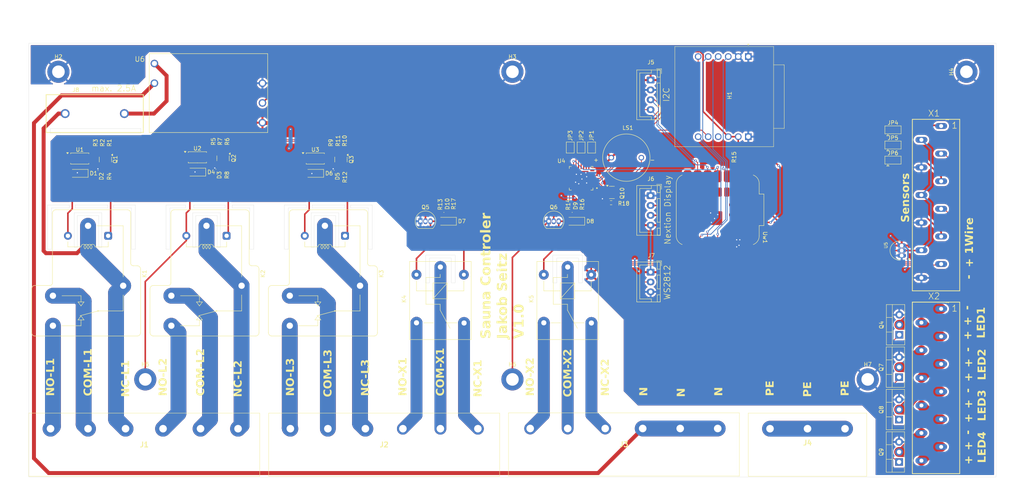
<source format=kicad_pcb>
(kicad_pcb (version 20240108) (generator "pcbnew") (generator_version "8.0")
  (layers (0 "F.Cu" signal) (31 "B.Cu" signal) (34 "B.Paste" user) (35 "F.Paste" user) (36 "B.SilkS" user "B.Silkscreen") (37 "F.SilkS" user "F.Silkscreen") (38 "B.Mask" user) (39 "F.Mask" user) (44 "Edge.Cuts" user))
  (net 0 "")
  (net 1 "Net-(D1-K)")
  (net 2 "GND")
  (net 3 "Net-(D2-A)")
  (net 4 "+5V")
  (net 5 "Net-(Q1-B)")
  (net 6 "Net-(R1-Pad1)")
  (net 7 "Net-(R3-Pad2)")
  (net 8 "Net-(D3-A)")
  (net 9 "Net-(D4-K)")
  (net 10 "Net-(D5-A)")
  (net 11 "Net-(D6-K)")
  (net 12 "Net-(D10-K)")
  (net 13 "Net-(Q2-B)")
  (net 14 "Net-(Q3-B)")
  (net 15 "LED1")
  (net 16 "SIG-LED1")
  (net 17 "Net-(Q5-B)")
  (net 18 "Net-(Q6-B)")
  (net 19 "SIG-LED2")
  (net 20 "LED2")
  (net 21 "SIG-LED3")
  (net 22 "LED3")
  (net 23 "LED4")
  (net 24 "SIG-LED4")
  (net 25 "Net-(R5-Pad2)")
  (net 26 "Net-(R6-Pad1)")
  (net 27 "Net-(R9-Pad2)")
  (net 28 "Net-(R10-Pad1)")
  (net 29 "SIG-RELAY4")
  (net 30 "SIG-RELAY5")
  (net 31 "SIG-RELAY1")
  (net 32 "SIG-RELAY2")
  (net 33 "SIG-RELAY3")
  (net 34 "Net-(D9-A)")
  (net 35 "RESTN")
  (net 38 "+3.3V")
  (net 39 "Net-(J1-Pad6)")
  (net 40 "Net-(J1-Pad1)")
  (net 41 "Net-(J1-Pad2)")
  (net 42 "Net-(J1-Pad4)")
  (net 43 "Net-(J1-Pad5)")
  (net 44 "Net-(J2-Pad3)")
  (net 45 "Net-(J2-Pad2)")
  (net 46 "Net-(J2-Pad1)")
  (net 47 "Net-(J3-Pad1)")
  (net 48 "Net-(J3-Pad2)")
  (net 49 "Net-(J3-Pad3)")
  (net 50 "Net-(J2-Pad5)")
  (net 51 "Net-(J2-Pad6)")
  (net 52 "Net-(J2-Pad4)")
  (net 53 "N")
  (net 54 "PE")
  (net 55 "TX")
  (net 56 "RX")
  (net 57 "Net-(D10-A)")
  (net 58 "Net-(D8-A)")
  (net 59 "SCLK")
  (net 60 "SCNN")
  (net 62 "MOSI")
  (net 63 "MISO")
  (net 64 "INTN")
  (net 65 "Net-(JP1-B)")
  (net 66 "Net-(JP2-B)")
  (net 67 "Net-(JP3-B)")
  (net 68 "SDA")
  (net 69 "MCP23017_RST")
  (net 70 "INTB")
  (net 71 "BEEPER1")
  (net 72 "SCK")
  (net 73 "INTA")
  (net 75 "1_Wire")
  (net 76 "Thermo-Fuse1")
  (net 77 "Thermo-Fuse3")
  (net 78 "Net-(JP5-C)")
  (net 79 "Net-(JP4-C)")
  (net 80 "Thermo-Fuse2")
  (net 81 "Net-(JP6-C)")
  (net 82 "Net-(X2-PadL11)")
  (net 83 "Net-(X2-PadL5)")
  (net 84 "Net-(X2-PadL2)")
  (net 85 "Net-(X2-PadL8)")
  (net 86 "WS2812")
  (net 87 "L1")
  (net 88 "Net-(J8-Pad2)")
  (net 89 "Net-(Q10-D)")
  (footprint "Resistor_SMD:R_0201_0603Metric" (layer "F.Cu") (at 42.905 110)
    (property "Reference" "R4")
    (property "Value" "1k")
  )
  (footprint "Resistor_SMD:R_0201_0603Metric" (layer "F.Cu") (at 70.95 104.1875 180)
    (property "Reference" "R7")
    (property "Value" "10k")
  )
  (footprint "Package_TO_SOT_SMD:SOT-23" (layer "F.Cu") (at 101.5625 107.25 -90)
    (property "Reference" "Q3")
    (property "Value" "S8550")
  )
  (footprint "Resistor_SMD:R_0201_0603Metric" (layer "F.Cu") (at 202.2 106.655 90)
    (property "Reference" "R15")
    (property "Value" "4.7k")
  )
  (footprint "Resistor_SMD:R_0201_0603Metric" (layer "F.Cu") (at 102.5 104.5)
    (property "Reference" "R10")
    (property "Value" "1k")
  )
  (footprint "Package_SO:SOP-4_4.4x2.6mm_P1.27mm" (layer "F.Cu") (at 65.2 106.6875)
    (property "Reference" "U2")
    (property "Value" "FODM217A")
  )
  (footprint "Connector_JST:JST_XH_B4B-XH-A_1x04_P2.50mm_Vertical" (layer "F.Cu") (at 180 116.4 -90)
    (property "Reference" "J6")
    (property "Value" "Nextion Display")
  )
  (footprint "Relay_THT:Relay_SPDT_SANYOU_SRD_Series_Form_C" (layer "F.Cu") (at 126.75 134.5 -90)
    (property "Reference" "K4")
    (property "Value" "SANYOU_SRD_Form_C")
  )
  (footprint "Jumper:SolderJumper-2_P1.3mm_Bridged2Bar_Pad1.0x1.5mm" (layer "F.Cu") (at 159.65 104.2 -90)
    (property "Reference" "JP3")
    (property "Value" "A2")
  )
  (footprint "Relay_THT:Relay_SPDT_SANYOU_SRD_Series_Form_C" (layer "F.Cu") (at 159 134.5 -90)
    (property "Reference" "K5")
    (property "Value" "SANYOU_SRD_Form_C")
  )
  (footprint "Diode_SMD:D_SOD-123" (layer "F.Cu") (at 35.155 110.75 180)
    (property "Reference" "D1")
    (property "Value" "1N4148W")
  )
  (footprint "MountingHole:MountingHole_3.2mm_M3_DIN965_Pad_TopBottom" (layer "F.Cu") (at 235 163)
    (property "Reference" "H7")
    (property "Value" "MountingHole_Pad")
  )
  (footprint "Package_TO_SOT_SMD:SOT-23" (layer "F.Cu") (at 71.7 106.9375 -90)
    (property "Reference" "Q2")
    (property "Value" "S8550")
  )
  (footprint "Snapeda:696106003002_696106003002" (layer "F.Cu") (at 39.2 95.6)
    (property "Reference" "J8")
    (property "Value" "696106003002")
    (property "VALUE" "696106003002" (hide yes))
  )
  (footprint "Resistor_SMD:R_0201_0603Metric" (layer "F.Cu") (at 99 104.5 180)
    (property "Reference" "R9")
    (property "Value" "2.2k")
  )
  (footprint "Resistor_SMD:R_0603_1608Metric" (layer "F.Cu") (at 170 118.2 180)
    (property "Reference" "R18")
    (property "Value" "2k74")
  )
  (footprint "MountingHole:MountingHole_3.2mm_M3_DIN965_Pad_TopBottom" (layer "F.Cu") (at 145 163)
    (property "Reference" "H6")
    (property "Value" "MountingHole_Pad")
  )
  (footprint "Snapeda:250-212_P-250-212" (layer "F.Cu") (at 252.3 165.15)
    (property "Reference" "X2")
    (property "Value" "LED's")
  )
  (footprint "Diode_SMD:D_SOD-123" (layer "F.Cu") (at 128.45 122.9 180)
    (property "Reference" "D7")
    (property "Value" "1N4148W")
  )
  (footprint "Resistor_SMD:R_0201_0603Metric" (layer "F.Cu") (at 159.18 120.65 180)
    (property "Reference" "R14")
    (property "Value" "2.2k")
  )
  (footprint "Diode_SMD:D_SOD-123" (layer "F.Cu") (at 64.95 110.4375 180)
    (property "Reference" "D4")
    (property "Value" "1N4148W")
  )
  (footprint "Jumper:SolderJumper-2_P1.3mm_Bridged2Bar_Pad1.0x1.5mm" (layer "F.Cu") (at 162.4 104.2 -90)
    (property "Reference" "JP2")
    (property "Value" "A1")
  )
  (footprint "Resistor_SMD:R_0201_0603Metric" (layer "F.Cu") (at 100.8125 104.5 180)
    (property "Reference" "R11")
    (property "Value" "10k")
  )
  (footprint "MountingHole:MountingHole_3.2mm_M3_DIN965_Pad_TopBottom" (layer "F.Cu") (at 260 85 90)
    (property "Reference" "H4")
    (property "Value" "MountingHole_Pad")
  )
  (footprint "Resistor_SMD:R_0201_0603Metric" (layer "F.Cu") (at 42.905 104.5)
    (property "Reference" "R1")
    (property "Value" "1k")
  )
  (footprint "Snapeda:MCP23017T-E_ML_QFN65P600X600X100-29N" (layer "F.Cu") (at 162.4 112 180)
    (property "Reference" "U4")
    (property "Value" "MCP23017T-E_ML")
  )
  (footprint "MountingHole:MountingHole_3.2mm_M3_DIN965_Pad_TopBottom" (layer "F.Cu") (at 30 85)
    (property "Reference" "H2")
    (property "Value" "MountingHole_Pad")
  )
  (footprint "Package_TO_SOT_THT:TO-220-3_Vertical" (layer "F.Cu") (at 242.945 183.94 90)
    (property "Reference" "Q9")
    (property "Value" "IRLZ34N")
  )
  (footprint "Package_TO_SOT_THT:TO-220-3_Vertical" (layer "F.Cu") (at 242.945 162.44 90)
    (property "Reference" "Q7")
    (property "Value" "IRLZ34N")
  )
  (footprint "Snapeda:DS18B20_TO-92-TO92127P495H2044-3" (layer "F.Cu") (at 242.83975 130.33 90)
    (property "Reference" "U5")
    (property "Value" "DS18B20")
  )
  (footprint "Resistor_SMD:R_0201_0603Metric" (layer "F.Cu") (at 126.7 120.65 180)
    (property "Reference" "R13")
    (property "Value" "2.2k")
  )
  (footprint "Diode_SMD:D_SOD-123" (layer "F.Cu") (at 160.95 122.9 180)
    (property "Reference" "D8")
    (property "Value" "1N4148W")
  )
  (footprint "Resistor_SMD:R_0201_0603Metric" (layer "F.Cu") (at 72.75 104.1875)
    (property "Reference" "R6")
    (property "Value" "1k")
  )
  (footprint "Resistor_SMD:R_0201_0603Metric" (layer "F.Cu") (at 41.155 104.5 180)
    (property "Reference" "R2")
    (property "Value" "10k")
  )
  (footprint "230V-5V-STEPDOWN:230V-5V-STEPDOWN" (layer "F.Cu") (at 68 90.4 90)
    (property "Reference" "U6")
    (property "Value" "230V-5V-Step-down")
  )
  (footprint "LED_SMD:LED_0201_0603Metric" (layer "F.Cu") (at 128.5 120.65)
    (property "Reference" "D10")
    (property "Value" "LED")
  )
  (footprint "Resistor_SMD:R_0201_0603Metric" (layer "F.Cu") (at 102.5625 110)
    (property "Reference" "R12")
    (property "Value" "1k")
  )
  (footprint "Connector_JST:JST_XH_B3B-XH-A_1x03_P2.50mm_Vertical" (layer "F.Cu") (at 180 135.8 -90)
    (property "Reference" "J7")
    (property "Value" "WS2812")
  )
  (footprint "Samacsys:HB9500M953P" (layer "F.Cu") (at 229.25 175.5 180)
    (property "Reference" "J4")
    (property "Value" "HB9500M-9.5-3P" (hide yes))
  )
  (footprint "Resistor_SMD:R_0201_0603Metric" (layer "F.Cu") (at 162.655 120.65)
    (property "Reference" "R16")
    (property "Value" "1k")
  )
  (footprint "Samacsys:HB9500M956P" (layer "F.Cu") (at 88.75 175.5)
    (property "Reference" "J2")
    (property "Value" "HB9500M-9.5-6P" (hide yes))
  )
  (footprint "Relay_THT:Relay_SPDT_RAYEX-L90" (layer "F.Cu") (at 37.5 124.05 -90)
    (property "Reference" "K1")
    (property "Value" "RAYEX-L90")
  )
  (footprint "LED_SMD:LED_0201_0603Metric" (layer "F.Cu") (at 40.905 110)
    (property "Reference" "D2")
    (property "Value" "LED")
  )
  (footprint "Resistor_SMD:R_0201_0603Metric" (layer "F.Cu") (at 69.25 104.1875 180)
    (property "Reference" "R5")
    (property "Value" "2.2k")
  )
  (footprint "Diode_SMD:D_SOD-123" (layer "F.Cu") (at 94.8125 110.75 180)
    (property "Reference" "D6")
    (property "Value" "1N4148W")
  )
  (footprint "Package_SO:SOP-4_4.4x2.6mm_P1.27mm" (layer "F.Cu") (at 95.0625 107)
    (property "Reference" "U3")
    (property "Value" "FODM217A")
  )
  (footprint "Samacsys:HB9500M956P" (layer "F.Cu") (at 149.5 175.45)
    (property "Reference" "J3")
    (property "Value" "HB9500M-9.5-6P" (hide yes))
  )
  (footprint "LED_SMD:LED_0201_0603Metric" (layer "F.Cu") (at 70.75 109.6875)
    (property "Reference" "D3")
    (property "Value" "LED")
  )
  (footprint "Package_TO_SOT_SMD:SOT-23" (layer "F.Cu") (at 41.905 107.25 -90)
    (property "Reference" "Q1")
    (property "Value" "S8550")
  )
  (footprint "Relay_THT:Relay_SPDT_RAYEX-L90" (layer "F.Cu") (at 67.5 124.05 -90)
    (property "Reference" "K2")
    (property "Value" "RAYEX-L90")
  )
  (footprint "Resistor_SMD:R_0201_0603Metric" (layer "F.Cu") (at 39.405 104.5 180)
    (property "Reference" "R3")
    (property "Value" "2.2k")
  )
  (footprint "RF_Module:MCU_Seeed_ESP32C3" (layer "F.Cu") (at 197 120 -90)
    (property "Reference" "Uw1")
    (property "Value" "MOUDLE-SEEEDUINO-XIAO-ESP32C3")
  )
  (footprint "MountingHole:MountingHole_3.2mm_M3_DIN965_Pad_TopBottom" (layer "F.Cu") (at 52 163)
    (property "Reference" "H5")
    (property "Value" "MountingHole_Pad")
  )
  (footprint "Samacsys:HB9500M956P" (layer "F.Cu") (at 28 175.5)
    (property "Reference" "J1")
    (property "Value" "HB9500M-9.5-6P" (hide yes))
  )
  (footprint "LED_SMD:LED_0201_0603Metric" (layer "F.Cu") (at 100.68 110)
    (property "Reference" "D5")
    (property "Value" "LED")
  )
  (footprint "MountingHole:MountingHole_3.2mm_M3_DIN965_Pad_TopBottom" (layer "F.Cu") (at 145 85)
    (property "Reference" "H3")
    (property "Value" "MountingHole_Pad")
  )
  (footprint "Package_TO_SOT_THT:TO-220-3_Vertical" (layer "F.Cu") (at 243 151.69 90)
    (property "Reference" "Q4")
    (property "Value" "IRLZ34N")
  )
  (footprint "Jumper:SolderJumper-3_P1.3mm_Open_Pad1.0x1.5mm" (layer "F.Cu") (at 241.4 107.4)
    (property "Reference" "JP6")
    (property "Value" "3.3/5V")
  )
  (footprint "Snapeda:CEM-1205C_CUI_CEM-1205C" (layer "F.Cu") (at 173.855 106.77)
    (property "Reference" "LS1")
    (property "Value" "CEM-1205C")
  )
  (footprint "Jumper:SolderJumper-2_P1.3mm_Bridged2Bar_Pad1.0x1.5mm" (layer "F.Cu") (at 165.05 104.2 -90)
    (property "Reference" "JP1")
    (property "Value" "A0")
  )
  (footprint "Relay_THT:Relay_SPDT_RAYEX-L90" (layer "F.Cu") (at 97.5 124.05 -90)
    (property "Reference" "K3")
    (property "Value" "RAYEX-L90")
  )
  (footprint "Package_TO_SOT_SMD:SOT-23" (layer "F.Cu") (at 170.2 115.6)
    (property "Reference" "Q10")
    (property "Value" "2N7002")
  )
  (footprint "Snapeda:250-212_P-250-212" (layer "F.Cu") (at 252.3 118.8)
    (property "Reference" "X1")
    (property "Value" "Sensors")
  )
  (footprint "Snapeda:WIZ850IO_WIZ850IO" (layer "F.Cu") (at 200 91 -90)
    (property "Reference" "H1")
    (property "Value" "WIZ850IO")
  )
  (footprint "Jumper:SolderJumper-3_P1.3mm_Open_Pad1.0x1.5mm" (layer "F.Cu") (at 241.4 103.565)
    (property "Reference" "JP5")
    (property "Value" "3.3/5V")
  )
  (footprint "Package_TO_SOT_THT:TO-92_Inline" (layer "F.Cu") (at 121.7 122.9)
    (property "Reference" "Q5")
    (property "Value" "2N222")
  )
  (footprint "Resistor_SMD:R_0201_0603Metric" (layer "F.Cu") (at 130.095 120.65)
    (property "Reference" "R17")
    (property "Value" "1k")
  )
  (footprint "Resistor_SMD:R_0201_0603Metric" (layer "F.Cu") (at 72.7 109.6875)
    (property "Reference" "R8")
    (property "Value" "1k")
  )
  (footprint "LED_SMD:LED_0201_0603Metric" (layer "F.Cu") (at 161 120.65)
    (property "Reference" "D9")
    (property "Value" "LED")
  )
  (footprint "Package_SO:SOP-4_4.4x2.6mm_P1.27mm" (layer "F.Cu") (at 35.405 107)
    (property "Reference" "U1")
    (property "Value" "FODM217A")
  )
  (footprint "Package_TO_SOT_THT:TO-92_Inline" (layer "F.Cu") (at 154.18 122.9)
    (property "Reference" "Q6")
    (property "Value" "2N222")
  )
  (footprint "Package_TO_SOT_THT:TO-220-3_Vertical" (layer "F.Cu") (at 242.945 173.19 90)
    (property "Reference" "Q8")
    (property "Value" "IRLZ34N")
  )
  (footprint "Jumper:SolderJumper-3_P1.3mm_Open_Pad1.0x1.5mm" (layer "F.Cu") (at 241.4 99.73)
    (property "Reference" "JP4")
    (property "Value" "3.3/5V")
  )
  (footprint "Connector_JST:JST_XH_B4B-XH-A_1x04_P2.50mm_Vertical" (layer "F.Cu") (at 180 87.1 -90)
    (property "Reference" "J5")
    (property "Value" "I2C")
  )
  (gr_line (start 34.25 118.75) (end 34.25 119.5) (stroke (width 0.05)) (layer "Edge.Cuts"))
  (gr_line (start 70.25 129.5) (end 70.25 121.75) (stroke (width 0.05)) (layer "Edge.Cuts"))
  (gr_line (start 124 132.5) (end 124 138.5) (stroke (width 0.05)) (layer "Edge.Cuts"))
  (gr_line (start 64.75 121.75) (end 64.75 121.5) (stroke (width 0.05)) (layer "Edge.Cuts"))
  (gr_line (start 162.75 131.5) (end 162.75 138.5) (stroke (width 0.05)) (layer "Edge.Cuts"))
  (gr_line (start 44 118.75) (end 44 119.5) (stroke (width 0.05)) (layer "Edge.Cuts"))
  (gr_line (start 70.25 121.75) (end 70.25 121.5) (stroke (width 0.05)) (layer "Edge.Cuts"))
  (gr_line (start 101 129.5) (end 100.25 129.5) (stroke (width 0.05)) (layer "Edge.Cuts"))
  (gr_line (start 64 120.75) (end 71 120.75) (stroke (width 0.05)) (layer "Edge.Cuts"))
  (gr_line (start 161.25 132.25) (end 156.25 132.25) (stroke (width 0.05)) (layer "Edge.Cuts"))
  (gr_line (start 92.75 118.75) (end 87.25 118.75) (stroke (width 0.05)) (layer "Edge.Cuts"))
  (gr_rect (start 22.5 77.75) (end 267.5 187.75) (stroke (width 0.05)) (fill none) (layer "Edge.Cuts"))
  (gr_line (start 42.5 118.75) (end 42.5 119.5) (stroke (width 0.05)) (layer "Edge.Cuts"))
  (gr_line (start 130.5 138.5) (end 129.5 138.5) (stroke (width 0.05)) (layer "Edge.Cuts"))
  (gr_line (start 70.25 121.5) (end 69.75 121.5) (stroke (width 0.05)) (layer "Edge.Cuts"))
  (gr_line (start 156.25 132.5) (end 156.25 132.25) (stroke (width 0.05)) (layer "Edge.Cuts"))
  (gr_line (start 34 120.75) (end 40.75 120.75) (stroke (width 0.05)) (layer "Edge.Cuts"))
  (gr_line (start 34.25 119.5) (end 42.5 119.5) (stroke (width 0.05)) (layer "Edge.Cuts"))
  (gr_line (start 64.25 119.5) (end 72.2 119.5) (stroke (width 0.05)) (layer "Edge.Cuts"))
  (gr_line (start 50.9 100.6) (end 30.5 100.6) (stroke (width 0.05)) (layer "Edge.Cuts"))
  (gr_line (start 49.5 118.75) (end 44 118.75) (stroke (width 0.05)) (layer "Edge.Cuts"))
  (gr_line (start 130.5 131.5) (end 130.5 138.5) (stroke (width 0.05)) (layer "Edge.Cuts"))
  (gr_line (start 74 118.75) (end 74 119.5) (stroke (width 0.05)) (layer "Edge.Cuts"))
  (gr_line (start 72.2 118.75) (end 72.2 119.5) (stroke (width 0.05)) (layer "Edge.Cuts"))
  (gr_line (start 49.5 118.75) (end 49.5 130) (stroke (width 0.05)) (layer "Edge.Cuts"))
  (gr_line (start 64.75 129.5) (end 64 129.5) (stroke (width 0.05)) (layer "Edge.Cuts"))
  (gr_line (start 74 119.5) (end 78.5 119.5) (stroke (width 0.05)) (layer "Edge.Cuts"))
  (gr_line (start 162.75 138.5) (end 161.75 138.5) (stroke (width 0.05)) (layer "Edge.Cuts"))
  (gr_line (start 40.75 120.75) (end 41 120.75) (stroke (width 0.05)) (layer "Edge.Cuts"))
  (gr_line (start 87.25 118.75) (end 87.25 130) (stroke (width 0.05)) (layer "Edge.Cuts"))
  (gr_line (start 109.5 118.75) (end 109.5 130) (stroke (width 0.05)) (layer "Edge.Cuts"))
  (gr_line (start 100.25 121.75) (end 100.25 121.5) (stroke (width 0.05)) (layer "Edge.Cuts"))
  (gr_line (start 88.25 119.5) (end 92.75 119.5) (stroke (width 0.05)) (layer "Edge.Cuts"))
  (gr_line (start 27.9 99.4) (end 28.5 99.4) (stroke (width 0.05)) (layer "Edge.Cuts"))
  (gr_line (start 100.25 129.5) (end 100.25 121.75) (stroke (width 0.05)) (layer "Edge.Cuts"))
  (gr_line (start 58.25 119.5) (end 62.2 119.5) (stroke (width 0.05)) (layer "Edge.Cuts"))
  (gr_line (start 104 118.75) (end 104 119.5) (stroke (width 0.05)) (layer "Edge.Cuts"))
  (gr_line (start 78.5 130) (end 79.5 130) (stroke (width 0.05)) (layer "Edge.Cuts"))
  (gr_line (start 27.25 130) (end 28.25 130) (stroke (width 0.05)) (layer "Edge.Cuts"))
  (gr_line (start 64.25 118.75) (end 64.25 119.5) (stroke (width 0.05)) (layer "Edge.Cuts"))
  (gr_line (start 34.75 121.75) (end 34.75 129.5) (stroke (width 0.05)) (layer "Edge.Cuts"))
  (gr_line (start 156.25 132.5) (end 156.25 138.5) (stroke (width 0.05)) (layer "Edge.Cuts"))
  (gr_line (start 109.5 118.75) (end 104 118.75) (stroke (width 0.05)) (layer "Edge.Cuts"))
  (gr_line (start 71 120.75) (end 71 129.5) (stroke (width 0.05)) (layer "Edge.Cuts"))
  (gr_line (start 92.75 118.75) (end 92.75 119.5) (stroke (width 0.05)) (layer "Edge.Cuts"))
  (gr_line (start 99.75 121.5) (end 94.75 121.5) (stroke (width 0.05)) (layer "Edge.Cuts"))
  (gr_line (start 129.5 132.25) (end 129 132.25) (stroke (width 0.05)) (layer "Edge.Cuts"))
  (gr_line (start 155.25 138.5) (end 155.25 131.5) (stroke (width 0.05)) (layer "Edge.Cuts"))
  (gr_line (start 101 120.75) (end 101 129.5) (stroke (width 0.05)) (layer "Edge.Cuts"))
  (gr_line (start 94 120.75) (end 101 120.75) (stroke (width 0.05)) (layer "Edge.Cuts"))
  (gr_line (start 94.75 121.75) (end 94.75 121.5) (stroke (width 0.05)) (layer "Edge.Cuts"))
  (gr_line (start 39.75 121.5) (end 34.75 121.5) (stroke (width 0.05)) (layer "Edge.Cuts"))
  (gr_line (start 64 129.5) (end 64 120.75) (stroke (width 0.05)) (layer "Edge.Cuts"))
  (gr_line (start 32.75 118.75) (end 27.25 118.75) (stroke (width 0.05)) (layer "Edge.Cuts"))
  (gr_line (start 27.25 118.75) (end 27.25 130) (stroke (width 0.05)) (layer "Edge.Cuts"))
  (gr_line (start 161.75 138.5) (end 161.75 132.5) (stroke (width 0.05)) (layer "Edge.Cuts"))
  (gr_line (start 124 132.5) (end 124 132.25) (stroke (width 0.05)) (layer "Edge.Cuts"))
  (gr_line (start 27.9 100.6) (end 27.9 99.4) (stroke (width 0.05)) (layer "Edge.Cuts"))
  (gr_line (start 50.9 99.4) (end 50.9 100.6) (stroke (width 0.05)) (layer "Edge.Cuts"))
  (gr_line (start 78.5 119.5) (end 78.5 130) (stroke (width 0.05)) (layer "Edge.Cuts"))
  (gr_line (start 129 132.25) (end 124 132.25) (stroke (width 0.05)) (layer "Edge.Cuts"))
  (gr_line (start 108.5 130) (end 109.5 130) (stroke (width 0.05)) (layer "Edge.Cuts"))
  (gr_line (start 94 129.5) (end 94 120.75) (stroke (width 0.05)) (layer "Edge.Cuts"))
  (gr_line (start 102.5 118.75) (end 94.25 118.75) (stroke (width 0.05)) (layer "Edge.Cuts"))
  (gr_line (start 94.25 119.5) (end 102.5 119.5) (stroke (width 0.05)) (layer "Edge.Cuts"))
  (gr_line (start 156.25 138.5) (end 155.25 138.5) (stroke (width 0.05)) (layer "Edge.Cuts"))
  (gr_line (start 30.5 100.6) (end 27.9 100.6) (stroke (width 0.05)) (layer "Edge.Cuts"))
  (gr_line (start 62.2 118.75) (end 62.2 119.5) (stroke (width 0.05)) (layer "Edge.Cuts"))
  (gr_line (start 32.75 118.75) (end 32.75 119.5) (stroke (width 0.05)) (layer "Edge.Cuts"))
  (gr_line (start 123 131.5) (end 130 131.5) (stroke (width 0.05)) (layer "Edge.Cuts"))
  (gr_line (start 44 119.5) (end 48.5 119.5) (stroke (width 0.05)) (layer "Edge.Cuts"))
  (gr_line (start 42.5 118.75) (end 34.25 118.75) (stroke (width 0.05)) (layer "Edge.Cuts"))
  (gr_line (start 34.75 121.75) (end 34.75 121.5) (stroke (width 0.05)) (layer "Edge.Cuts"))
  (gr_line (start 71 129.5) (end 70.25 129.5) (stroke (width 0.05)) (layer "Edge.Cuts"))
  (gr_line (start 28.25 119.5) (end 32.75 119.5) (stroke (width 0.05)) (layer "Edge.Cuts"))
  (gr_line (start 41 129.5) (end 40.25 129.5) (stroke (width 0.05)) (layer "Edge.Cuts"))
  (gr_line (start 88.25 119.5) (end 88.25 130) (stroke (width 0.05)) (layer "Edge.Cuts"))
  (gr_line (start 161.75 132.5) (end 161.75 132.25) (stroke (width 0.05)) (layer "Edge.Cuts"))
  (gr_line (start 62.2 118.75) (end 57.25 118.75) (stroke (width 0.05)) (layer "Edge.Cuts"))
  (gr_line (start 129.5 132.5) (end 129.5 132.25) (stroke (width 0.05)) (layer "Edge.Cuts"))
  (gr_line (start 162.25 131.5) (end 162.75 131.5) (stroke (width 0.05)) (layer "Edge.Cuts"))
  (gr_line (start 40.25 129.5) (end 40.25 121.75) (stroke (width 0.05)) (layer "Edge.Cuts"))
  (gr_line (start 64.75 121.75) (end 64.75 129.5) (stroke (width 0.05)) (layer "Edge.Cuts"))
  (gr_line (start 161.75 132.25) (end 161.25 132.25) (stroke (width 0.05)) (layer "Edge.Cuts"))
  (gr_line (start 72.2 118.75) (end 64.25 118.75) (stroke (width 0.05)) (layer "Edge.Cuts"))
  (gr_line (start 48.5 130) (end 49.5 130) (stroke (width 0.05)) (layer "Edge.Cuts"))
  (gr_line (start 102.5 118.75) (end 102.5 119.5) (stroke (width 0.05)) (layer "Edge.Cuts"))
  (gr_line (start 28.25 119.5) (end 28.25 130) (stroke (width 0.05)) (layer "Edge.Cuts"))
  (gr_line (start 129.5 138.5) (end 129.5 132.5) (stroke (width 0.05)) (layer "Edge.Cuts"))
  (gr_line (start 34 129.5) (end 34 120.75) (stroke (width 0.05)) (layer "Edge.Cuts"))
  (gr_line (start 108.5 119.5) (end 108.5 130) (stroke (width 0.05)) (layer "Edge.Cuts"))
  (gr_line (start 57.25 130) (end 58.25 130) (stroke (width 0.05)) (layer "Edge.Cuts"))
  (gr_line (start 34.75 129.5) (end 34 129.5) (stroke (width 0.05)) (layer "Edge.Cuts"))
  (gr_line (start 41 120.75) (end 41 129.5) (stroke (width 0.05)) (layer "Edge.Cuts"))
  (gr_line (start 104 119.5) (end 108.5 119.5) (stroke (width 0.05)) (layer "Edge.Cuts"))
  (gr_line (start 94.75 121.75) (end 94.75 129.5) (stroke (width 0.05)) (layer "Edge.Cuts"))
  (gr_line (start 28.5 99.4) (end 46.7 99.4) (stroke (width 0.05)) (layer "Edge.Cuts"))
  (gr_line (start 79.5 118.75) (end 79.5 130) (stroke (width 0.05)) (layer "Edge.Cuts"))
  (gr_line (start 57.25 118.75) (end 57.25 130) (stroke (width 0.05)) (layer "Edge.Cuts"))
  (gr_line (start 40.25 121.75) (end 40.25 121.5) (stroke (width 0.05)) (layer "Edge.Cuts"))
  (gr_line (start 100.25 121.5) (end 99.75 121.5) (stroke (width 0.05)) (layer "Edge.Cuts"))
  (gr_line (start 123 138.5) (end 123 131.5) (stroke (width 0.05)) (layer "Edge.Cuts"))
  (gr_line (start 69.75 121.5) (end 64.75 121.5) (stroke (width 0.05)) (layer "Edge.Cuts"))
  (gr_line (start 58.25 119.5) (end 58.25 130) (stroke (width 0.05)) (layer "Edge.Cuts"))
  (gr_line (start 94.75 129.5) (end 94 129.5) (stroke (width 0.05)) (layer "Edge.Cuts"))
  (gr_line (start 130 131.5) (end 130.5 131.5) (stroke (width 0.05)) (layer "Edge.Cuts"))
  (gr_line (start 87.25 130) (end 88.25 130) (stroke (width 0.05)) (layer "Edge.Cuts"))
  (gr_line (start 155.25 131.5) (end 162.25 131.5) (stroke (width 0.05)) (layer "Edge.Cuts"))
  (gr_line (start 124 138.5) (end 123 138.5) (stroke (width 0.05)) (layer "Edge.Cuts"))
  (gr_line (start 79.5 118.75) (end 74 118.75) (stroke (width 0.05)) (layer "Edge.Cuts"))
  (gr_line (start 46.7 99.4) (end 50.9 99.4) (stroke (width 0.05)) (layer "Edge.Cuts"))
  (gr_line (start 40.25 121.5) (end 39.75 121.5) (stroke (width 0.05)) (layer "Edge.Cuts"))
  (gr_line (start 94.25 118.75) (end 94.25 119.5) (stroke (width 0.05)) (layer "Edge.Cuts"))
  (gr_line (start 48.5 119.5) (end 48.5 130) (stroke (width 0.05)) (layer "Edge.Cuts"))
  (gr_text "Nextion Display" (at 184.325 120.03 90) (layer "F.SilkS") (effects (font (size 1.5 1.5))))
  (gr_text "NC-X2" (at 169.75 167.25 90) (layer "F.SilkS") (effects (font (size 2 2) (thickness 0.2) (bold yes)) (justify left bottom)))
  (gr_text "+" (at 261.8 170.4 90) (layer "F.SilkS") (effects (font (size 2 2) (thickness 0.2) (bold yes)) (justify left bottom)))
  (gr_text "COM-L1" (at 38.75 167.25 90) (layer "F.SilkS") (effects (font (size 2 2) (thickness 0.2) (bold yes)) (justify left bottom)))
  (gr_text "NC-L2" (at 76.75 167.5 90) (layer "F.SilkS") (effects (font (size 2 2) (thickness 0.2) (bold yes)) (justify left bottom)))
  (gr_text "+" (at 261.8 174 90) (layer "F.SilkS") (effects (font (size 2 2) (thickness 0.2) (bold yes)) (justify left bottom)))
  (gr_text "-" (at 261.6 156 90) (layer "F.SilkS") (effects (font (size 2 2) (thickness 0.2) (bold yes)) (justify left bottom)))
  (gr_text "+" (at 261.8 181 90) (layer "F.SilkS") (effects (font (size 2 2) (thickness 0.2) (bold yes)) (justify left bottom)))
  (gr_text "1Wire" (at 262 131.2 90) (layer "F.SilkS") (effects (font (size 2 2) (thickness 0.2) (bold yes)) (justify left bottom)))
  (gr_text "COM-L3" (at 99.5 167.5 90) (layer "F.SilkS") (effects (font (size 2 2) (thickness 0.2) (bold yes)) (justify left bottom)))
  (gr_text "PE" (at 211.5 167.25 90) (layer "F.SilkS") (effects (font (size 2 2) (thickness 0.2) (bold yes)) (justify left bottom)))
  (gr_text "N" (at 179.5 167.25 90) (layer "F.SilkS") (effects (font (size 2 2) (thickness 0.2) (bold yes)) (justify left bottom)))
  (gr_text "NC-X1" (at 137.5 167.5 90) (layer "F.SilkS") (effects (font (size 2 2) (thickness 0.2) (bold yes)) (justify left bottom)))
  (gr_text "N" (at 189 167.5 90) (layer "F.SilkS") (effects (font (size 2 2) (thickness 0.2) (bold yes)) (justify left bottom)))
  (gr_text "Sensors" (at 245.8 123.2 90) (layer "F.SilkS") (effects (font (size 2 2) (thickness 0.2) (bold yes)) (justify left bottom)))
  (gr_text "+" (at 261.8 160 90) (layer "F.SilkS") (effects (font (size 2 2) (thickness 0.2) (bold yes)) (justify left bottom)))
  (gr_text "+" (at 261.6 153 90) (layer "F.SilkS") (effects (font (size 2 2) (thickness 0.2) (bold yes)) (justify left bottom)))
  (gr_text "LED2" (at 265.2 163.2 90) (layer "F.SilkS") (effects (font (size 2 2) (thickness 0.2) (bold yes)) (justify left bottom)))
  (gr_text "LED3" (at 265.2 173.6 90) (layer "F.SilkS") (effects (font (size 2 2) (thickness 0.2) (bold yes)) (justify left bottom)))
  (gr_text "LED1" (at 265 152.6 90) (layer "F.SilkS") (effects (font (size 2 2) (thickness 0.2) (bold yes)) (justify left bottom)))
  (gr_text "-" (at 261.8 137.6 90) (layer "F.SilkS") (effects (font (size 2 2) (thickness 0.2) (bold yes)) (justify left bottom)))
  (gr_text "+" (at 262 134.6 90) (layer "F.SilkS") (effects (font (size 2 2) (thickness 0.2) (bold yes)) (justify left bottom)))
  (gr_text "NO-X1" (at 118.5 167.25 90) (layer "F.SilkS") (effects (font (size 2 2) (thickness 0.2) (bold yes)) (justify left bottom)))
  (gr_text "LED4" (at 265.2 184.2 90) (layer "F.SilkS") (effects (font (size 2 2) (thickness 0.2) (bold yes)) (justify left bottom)))
  (gr_text "-" (at 261.4 145.4 90) (layer "F.SilkS") (effects (font (size 2 2) (thickness 0.2) (bold yes)) (justify left bottom)))
  (gr_text "+" (at 261.8 163.6 90) (layer "F.SilkS") (effects (font (size 2 2) (thickness 0.2) (bold yes)) (justify left bottom)))
  (gr_text "I2C" (at 184 90.8 90) (layer "F.SilkS") (effects (font (size 1.5 1.5))))
  (gr_text "-" (at 261.6 177 90) (layer "F.SilkS") (effects (font (size 2 2) (thickness 0.2) (bold yes)) (justify left bottom)))
  (gr_text "PE\n" (at 221 167.5 90) (layer "F.SilkS") (effects (font (size 2 2) (thickness 0.2) (bold yes)) (justify left bottom)))
  (gr_text "NO-L3" (at 90 167.25 90) (layer "F.SilkS") (effects (font (size 2 2) (thickness 0.2) (bold yes)) (justify left bottom)))
  (gr_text "COM-L2" (at 67.25 167.25 90) (layer "F.SilkS") (effects (font (size 2 2) (thickness 0.2) (bold yes)) (justify left bottom)))
  (gr_text "NO-X2" (at 150.75 167.25 90) (layer "F.SilkS") (effects (font (size 2 2) (thickness 0.2) (bold yes)) (justify left bottom)))
  (gr_text "max. 2.5A" (at 44 89.2 0) (layer "F.SilkS") (effects (font (size 1.5 1.5))))
  (gr_text "NC-L1" (at 48.25 167.5 90) (layer "F.SilkS") (effects (font (size 2 2) (thickness 0.2) (bold yes)) (justify left bottom)))
  (gr_text "-" (at 261.6 166.4 90) (layer "F.SilkS") (effects (font (size 2 2) (thickness 0.2) (bold yes)) (justify left bottom)))
  (gr_text "Sauna Controler\nJakob Seitz\nV1.0" (at 148.25 152.75 90) (layer "F.SilkS") (effects (font (size 2.5 2.5) (thickness 0.3) (bold yes)) (justify left bottom)))
  (gr_text "NC-L3" (at 109 167.25 90) (layer "F.SilkS") (effects (font (size 2 2) (thickness 0.2) (bold yes)) (justify left bottom)))
  (gr_text "+" (at 261.8 184.6 90) (layer "F.SilkS") (effects (font (size 2 2) (thickness 0.2) (bold yes)) (justify left bottom)))
  (gr_text "PE" (at 230.5 167.25 90) (layer "F.SilkS") (effects (font (size 2 2) (thickness 0.2) (bold yes)) (justify left bottom)))
  (gr_text "+" (at 261.6 149.4 90) (layer "F.SilkS") (effects (font (size 2 2) (thickness 0.2) (bold yes)) (justify left bottom)))
  (gr_text "NO-L1" (at 29.25 167.25 90) (layer "F.SilkS") (effects (font (size 2 2) (thickness 0.2) (bold yes)) (justify left bottom)))
  (gr_text "WS2812" (at 184.2 138.4 90) (layer "F.SilkS") (effects (font (size 1.5 1.5))))
  (gr_text "COM-X2" (at 160.25 167.5 90) (layer "F.SilkS") (effects (font (size 2 2) (thickness 0.2) (bold yes)) (justify left bottom)))
  (gr_text "COM-X1" (at 128 167.25 90) (layer "F.SilkS") (effects (font (size 2 2) (thickness 0.2) (bold yes)) (justify left bottom)))
  (gr_text "N" (at 198.5 167.25 90) (layer "F.SilkS") (effects (font (size 2 2) (thickness 0.2) (bold yes)) (justify left bottom)))
  (gr_text "NO-L2" (at 57.75 167.25 90) (layer "F.SilkS") (effects (font (size 2 2) (thickness 0.2) (bold yes)) (justify left bottom)))
  (segment (start 41.905 108.1875) (end 43.225 109.5075) (width 0.4) (layer "F.Cu") (net 1))
  (segment (start 37.255 110.75) (end 39.8175 108.1875) (width 0.4) (layer "F.Cu") (net 1))
  (segment (start 43.225 125.965) (end 43.225 110) (width 0.4) (layer "F.Cu") (net 1))
  (segment (start 43.225 109.5075) (end 43.225 110) (width 0.4) (layer "F.Cu") (net 1))
  (segment (start 36.805 110.75) (end 37.255 110.75) (width 0.4) (layer "F.Cu") (net 1))
  (segment (start 42.6 126.59) (end 43.225 125.965) (width 0.4) (layer "F.Cu") (net 1))
  (segment (start 39.8175 108.1875) (end 41.905 108.1875) (width 0.4) (layer "F.Cu") (net 1))
  (segment (start 145 132.08) (end 154.18 122.9) (width 0.4) (layer "F.Cu") (net 2))
  (segment (start 70.43 109.6875) (end 69.8875 109.6875) (width 0.2) (layer "F.Cu") (net 2))
  (segment (start 93.1625 110.75) (end 94.15 110.75) (width 0.4) (layer "F.Cu") (net 2))
  (segment (start 168.8 118.2) (end 167.8 117.2) (width 0.2) (layer "F.Cu") (net 2))
  (segment (start 62.4 120.8) (end 63.3 119.9) (width 0.4) (layer "F.Cu") (net 2))
  (segment (start 169.175 118.2) (end 168.8 118.2) (width 0.2) (layer "F.Cu") (net 2))
  (segment (start 38.5925 107.635) (end 37.765 107.635) (width 0.2) (layer "F.Cu") (net 2))
  (segment (start 63.3 110.4375) (end 64.5625 110.4375) (width 0.4) (layer "F.Cu") (net 2))
  (segment (start 69.8875 109.6875) (end 69.6 109.4) (width 0.2) (layer "F.Cu") (net 2))
  (segment (start 145 163) (end 145 132.08) (width 0.4) (layer "F.Cu") (net 2))
  (segment (start 100.36 110) (end 100 110) (width 0.2) (layer "F.Cu") (net 2))
  (segment (start 37.765 107.635) (end 34.8 110.6) (width 0.2) (layer "F.Cu") (net 2))
  (segment (start 100 110) (end 99.6 109.6) (width 0.2) (layer "F.Cu") (net 2))
  (segment (start 92.4 126.59) (end 92.4 121.110051) (width 0.4) (layer "F.Cu") (net 2))
  (segment (start 62.4 126.59) (end 62.4 120.8) (width 0.4) (layer "F.Cu") (net 2))
  (segment (start 52 138.2) (end 62.4 127.8) (width 0.4) (layer "F.Cu") (net 2))
  (segment (start 33.505 110.75) (end 34.65 110.75) (width 0.4) (layer "F.Cu") (net 2))
  (segment (start 32.4 126.59) (end 32.4 120.85) (width 0.4) (layer "F.Cu") (net 2))
  (segment (start 98.25 107.635) (end 97.365 107.635) (width 0.2) (layer "F.Cu") (net 2))
  (segment (start 64.5625 110.4375) (end 64.6 110.4) (width 0.4) (layer "F.Cu") (net 2))
  (segment (start 62.4 127.8) (end 62.4 126.59) (width 0.4) (layer "F.Cu") (net 2))
  (segment (start 165.235 110.7) (end 163.7 110.7) (width 0.2) (layer "F.Cu") (net 2))
  (segment (start 169.2625 116.55) (end 169.2625 118.1125) (width 0.2) (layer "F.Cu") (net 2))
  (segment (start 97.365 107.635) (end 94.2 110.8) (width 0.2) (layer "F.Cu") (net 2))
  (segment (start 93.517298 111.104798) (end 93.1625 110.75) (width 0.4) (layer "F.Cu") (net 2))
  (segment (start 34.65 110.75) (end 34.8 110.6) (width 0.4) (layer "F.Cu") (net 2))
  (segment (start 40.4 110) (end 40 109.6) (width 0.2) (layer "F.Cu") (net 2))
  (segment (start 169.2625 118.1125) (end 169.175 118.2) (width 0.2) (layer "F.Cu") (net 2))
  (segment (start 68.3875 107.3225) (end 67.6775 107.3225) (width 0.2) (layer "F.Cu") (net 2))
  (segment (start 94.15 110.75) (end 94.2 110.8) (width 0.4) (layer "F.Cu") (net 2))
  (segment (start 63.3 119.9) (end 63.3 110.4375) (width 0.4) (layer "F.Cu") (net 2))
  (segment (start 93.517298 119.992753) (end 93.517298 111.104798) (width 0.4) (layer "F.Cu") (net 2))
  (segment (start 67.6775 107.3225) (end 64.6 110.4) (width 0.2) (layer "F.Cu") (net 2))
  (segment (start 32.4 120.85) (end 33.505 119.745) (width 0.4) (layer "F.Cu") (net 2))
  (segment (start 163.7 110.7) (end 162.4 112) (width 0.2) (layer "F.Cu") (net 2))
  (segment (start 33.505 119.745) (end 33.505 110.75) (width 0.4) (layer "F.Cu") (net 2))
  (segment (start 40.585 110) (end 40.4 110) (width 0.2) (layer "F.Cu") (net 2))
  (segment (start 92.4 121.110051) (end 93.517298 119.992753) (width 0.4) (layer "F.Cu") (net 2))
  (segment (start 52 163) (end 52 138.2) (width 0.4) (layer "F.Cu") (net 2))
  (via (at 162.6 112.2) (size 0.6) (drill 0.3) (layers "F.Cu" "B.Cu") (net 2))
  (via (at 34.8 110.6) (size 0.6) (drill 0.3) (layers "F.Cu" "B.Cu") (net 2))
  (via (at 163.6 110.6) (size 0.6) (drill 0.3) (layers "F.Cu" "B.Cu") (net 2))
  (via (at 161.8 113.4) (size 0.6) (drill 0.3) (layers "F.Cu" "B.Cu") (net 2))
  (via (at 161.2 111) (size 0.6) (drill 0.3) (layers "F.Cu" "B.Cu") (net 2))
  (via (at 64.6 110.4) (size 0.6) (drill 0.3) (layers "F.Cu" "B.Cu") (net 2))
  (via (at 163.8 111.6) (size 0.6) (drill 0.3) (layers "F.Cu" "B.Cu") (net 2))
  (via (at 94.2 110.8) (size 0.6) (drill 0.3) (layers "F.Cu" "B.Cu") (net 2))
  (via (at 195.2 120.8) (size 0.6) (drill 0.3) (layers "F.Cu" "B.Cu") (net 2))
  (via (at 202.4 129) (size 0.6) (drill 0.3) (layers "F.Cu" "B.Cu") (net 2))
  (via (at 202.6 127.6) (size 0.6) (drill 0.3) (layers "F.Cu" "B.Cu") (net 2))
  (via (at 161 113) (size 0.6) (drill 0.3) (layers "F.Cu" "B.Cu") (net 2))
  (via (at 196.2 122.2) (size 0.6) (drill 0.3) (layers "F.Cu" "B.Cu") (net 2))
  (via (at 167.8 117.2) (size 0.6) (drill 0.3) (layers "F.Cu" "B.Cu") (net 2))
  (via (at 195.4 123.2) (size 0.6) (drill 0.3) (layers "F.Cu" "B.Cu") (net 2))
  (via (at 99.6 109.6) (size 0.6) (drill 0.3) (layers "F.Cu" "B.Cu") (net 2))
  (via (at 163.8 113.2) (size 0.6) (drill 0.3) (layers "F.Cu" "B.Cu") (net 2))
  (via (at 201.8 129.4) (size 0.6) (drill 0.3) (layers "F.Cu" "B.Cu") (net 2))
  (via (at 201.8 127.6) (size 0.6) (drill 0.3) (layers "F.Cu" "B.Cu") (net 2))
  (via (at 69.6 109.4) (size 0.6) (drill 0.3) (layers "F.Cu" "B.Cu") (net 2))
  (via (at 40 109.6) (size 0.6) (drill 0.3) (layers "F.Cu" "B.Cu") (net 2))
  (via (at 162.4 111) (size 0.6) (drill 0.3) (layers "F.Cu" "B.Cu") (net 2))
  (via (at 197 121.2) (size 0.6) (drill 0.3) (layers "F.Cu" "B.Cu") (net 2))
  (segment (start 42.585 110) (end 41.225 110) (width 0.4) (layer "F.Cu") (net 3))
  (segment (start 41.135122 103.9) (end 56.995526 103.9) (width 0.4) (layer "F.Cu") (net 4))
  (segment (start 162.975 122.525) (end 162.975 120.65) (width 0.4) (layer "F.Cu") (net 4))
  (segment (start 162.6 122.9) (end 162.975 122.525) (width 0.4) (layer "F.Cu") (net 4))
  (segment (start 165.235 111.35) (end 166.65 111.35) (width 0.2) (layer "F.Cu") (net 4))
  (segment (start 99.32 104.799878) (end 99.32 104.5) (width 0.4) (layer "F.Cu") (net 4))
  (segment (start 130.1 122.9) (end 130.415 122.585) (width 0.4) (layer "F.Cu") (net 4))
  (segment (start 180 135.8) (end 177.2 135.8) (width 0.4) (layer "F.Cu") (net 4))
  (segment (start 162.6 128.85) (end 164.95 131.2) (width 0.4) (layer "F.Cu") (net 4))
  (segment (start 64.445526 108.4) (end 68.045526 104.8) (width 0.4) (layer "F.Cu") (net 4))
  (segment (start 99.019878 105.1) (end 99.32 104.799878) (width 0.4) (layer "F.Cu") (net 4))
  (segment (start 70.63 104.1875) (end 70.63 105.88) (width 0.4) (layer "F.Cu") (net 4))
  (segment (start 130.415 122.585) (end 130.415 120.65) (width 0.4) (layer "F.Cu") (net 4))
  (segment (start 177.2 135.8) (end 177 135.6) (width 0.4) (layer "F.Cu") (net 4))
  (segment (start 100.4925 104.5) (end 100.4925 106.1925) (width 0.4) (layer "F.Cu") (net 4))
  (segment (start 70.63 104.1875) (end 70.63 103.887622) (width 0.4) (layer "F.Cu") (net 4))
  (segment (start 69.57 104.1875) (end 70.63 104.1875) (width 0.4) (layer "F.Cu") (net 4))
  (segment (start 87.2 98) (end 88.8 99.6) (width 1) (layer "F.Cu") (net 4))
  (segment (start 164.95 131.2) (end 164.95 136.45) (width 0.4) (layer "F.Cu") (net 4))
  (segment (start 90.549065 108.346447) (end 94.674079 108.346447) (width 0.4) (layer "F.Cu") (net 4))
  (segment (start 97.920526 105.1) (end 99.019878 105.1) (width 0.4) (layer "F.Cu") (net 4))
  (segment (start 70.63 105.88) (end 70.75 106) (width 0.4) (layer "F.Cu") (net 4))
  (segment (start 69.3875 104.8) (end 69.57 104.6175) (width 0.4) (layer "F.Cu") (net 4))
  (segment (start 61.495526 108.4) (end 64.445526 108.4) (width 0.4) (layer "F.Cu") (net 4))
  (segment (start 70.930122 103.5875) (end 85.790118 103.5875) (width 0.4) (layer "F.Cu") (net 4))
  (segment (start 100.4925 106.1925) (end 100.6125 106.3125) (width 0.4) (layer "F.Cu") (net 4))
  (segment (start 69.57 104.6175) (end 69.57 104.1875) (width 0.4) (layer "F.Cu") (net 4))
  (segment (start 166.65 111.35) (end 166.8 111.2) (width 0.2) (layer "F.Cu") (net 4))
  (segment (start 39.725 104.5) (end 40.835 104.5) (width 0.4) (layer "F.Cu") (net 4))
  (segment (start 81.7 97.9) (end 81.8 98) (width 0.2) (layer "F.Cu") (net 4))
  (segment (start 99.32 104.5) (end 100.4925 104.5) (width 0.4) (layer "F.Cu") (net 4))
  (segment (start 94.674079 108.346447) (end 97.920526 105.1) (width 0.4) (layer "F.Cu") (net 4))
  (segment (start 162.6 122.9) (end 162.6 128.85) (width 0.4) (layer "F.Cu") (net 4))
  (segment (start 40.835 104.200122) (end 41.135122 103.9) (width 0.4) (layer "F.Cu") (net 4))
  (segment (start 56.995526 103.9) (end 61.495526 108.4) (width 0.4) (layer "F.Cu") (net 4))
  (segment (start 81.8 98) (end 87.2 98) (width 1) (layer "F.Cu") (net 4))
  (segment (start 68.045526 104.8) (end 69.3875 104.8) (width 0.4) (layer "F.Cu") (net 4))
  (segment (start 70.63 103.887622) (end 70.930122 103.5875) (width 0.4) (layer "F.Cu") (net 4))
  (segment (start 132.7 125.5) (end 130.1 122.9) (width 0.4) (layer "F.Cu") (net 4))
  (segment (start 132.7 136.45) (end 132.7 125.5) (width 0.4) (layer "F.Cu") (net 4))
  (segment (start 40.955 106.3125) (end 40.835 106.1925) (width 0.4) (layer "F.Cu") (net 4))
  (segment (start 40.835 106.1925) (end 40.835 104.5) (width 0.4) (layer "F.Cu") (net 4))
  (segment (start 85.790118 103.5875) (end 90.549065 108.346447) (width 0.4) (layer "F.Cu") (net 4))
  (segment (start 40.835 104.5) (end 40.835 104.200122) (width 0.4) (layer "F.Cu") (net 4))
  (segment (start 81.685 97.9) (end 81.7 97.9) (width 0.2) (layer "F.Cu") (net 4))
  (via (at 88.8 99.6) (size 0.6) (drill 0.3) (layers "F.Cu" "B.Cu") (net 4))
  (via (at 88.4 104.4) (size 0.6) (drill 0.3) (layers "F.Cu" "B.Cu") (net 4))
  (via (at 167.8 113.2) (size 0.6) (drill 0.3) (layers "F.Cu" "B.Cu") (net 4))
  (via (at 176 132.4) (size 0.6) (drill 0.3) (layers "F.Cu" "B.Cu") (net 4))
  (via (at 177 135.6) (size 0.6) (drill 0.3) (layers "F.Cu" "B.Cu") (net 4))
  (via (at 160.8 117) (size 0.6) (drill 0.3) (layers "F.Cu" "B.Cu") (net 4))
  (via (at 244.4 135.2) (size 0.6) (drill 0.3) (layers "F.Cu" "B.Cu") (net 4))
  (via (at 240.8 126.6) (size 0.6) (drill 0.3) (layers "F.Cu" "B.Cu") (net 4))
  (via (at 166.8 111.2) (size 0.6) (drill 0.3) (layers "F.Cu" "B.Cu") (net 4))
  (via (at 157.4 116.4) (size 0.6) (drill 0.3) (layers "F.Cu" "B.Cu") (net 4))
  (segment (start 243.6 129.06) (end 244.235574 129.06) (width 0.4) (layer "B.Cu") (net 4))
  (segment (start 244.235574 129.06) (end 245.2 130.024426) (width 0.4) (layer "B.Cu") (net 4))
  (segment (start 245.2 134.4) (end 244.4 135.2) (width 0.4) (layer "B.Cu") (net 4))
  (segment (start 245.2 130.024426) (end 245.2 134.4) (width 0.4) (layer "B.Cu") (net 4))
  (segment (start 166.8 111.2) (end 167.8 112.2) (width 0.2) (layer "B.Cu") (net 4))
  (segment (start 88.8 99.6) (end 88.8 104) (width 1) (layer "B.Cu") (net 4))
  (segment (start 88.8 104) (end 88.4 104.4) (width 1) (layer "B.Cu") (net 4))
  (segment (start 177 135.6) (end 176 134.6) (width 0.4) (layer "B.Cu") (net 4))
  (segment (start 243.26 129.06) (end 240.8 126.6) (width 0.4) (layer "B.Cu") (net 4))
  (segment (start 158 117) (end 160.8 117) (width 0.2) (layer "B.Cu") (net 4))
  (segment (start 167.8 112.2) (end 167.8 113.2) (width 0.2) (layer "B.Cu") (net 4))
  (segment (start 180 123.9) (end 180 135.8) (width 0.4) (layer "B.Cu") (net 4))
  (segment (start 157.4 116.4) (end 158 117) (width 0.2) (layer "B.Cu") (net 4))
  (segment (start 243.6 129.06) (end 243.26 129.06) (width 0.4) (layer "B.Cu") (net 4))
  (segment (start 176 134.6) (end 176 132.4) (width 0.4) (layer "B.Cu") (net 4))
  (segment (start 43.225 104.5) (end 43.225 105.9425) (width 0.4) (layer "F.Cu") (net 5))
  (segment (start 43.225 105.9425) (end 42.855 106.3125) (width 0.4) (layer "F.Cu") (net 5))
  (segment (start 41.475 104.5) (end 42.585 104.5) (width 0.4) (layer "F.Cu") (net 6))
  (segment (start 38.5925 106.365) (end 39.165 106.365) (width 0.2) (layer "F.Cu") (net 6))
  (segment (start 39.165 106.365) (end 40.15 107.35) (width 0.2) (layer "F.Cu") (net 6))
  (segment (start 41.8 104.825) (end 41.475 104.5) (width 0.2) (layer "F.Cu") (net 6))
  (segment (start 40.15 107.35) (end 41.364448 107.35) (width 0.2) (layer "F.Cu") (net 6))
  (segment (start 41.364448 107.35) (end 41.8 106.914448) (width 0.2) (layer "F.Cu") (net 6))
  (segment (start 41.8 106.914448) (end 41.8 104.825) (width 0.2) (layer "F.Cu") (net 6))
  (segment (start 34.0825 104.5) (end 39.085 104.5) (width 0.4) (layer "F.Cu") (net 7))
  (segment (start 32.2175 106.365) (end 34.0825 104.5) (width 0.4) (layer "F.Cu") (net 7))
  (segment (start 71.07 109.6875) (end 72.38 109.6875) (width 0.4) (layer "F.Cu") (net 8))
  (segment (start 71.7 107.875) (end 73.02 109.195) (width 0.4) (layer "F.Cu") (net 9))
  (segment (start 66.6 110.4375) (end 67.05 110.4375) (width 0.4) (layer "F.Cu") (net 9))
  (segment (start 73.02 109.195) (end 73.02 109.6875) (width 0.4) (layer "F.Cu") (net 9))
  (segment (start 69.6125 107.875) (end 71.7 107.875) (width 0.4) (layer "F.Cu") (net 9))
  (segment (start 72.6 126.59) (end 73.02 126.17) (width 0.4) (layer "F.Cu") (net 9))
  (segment (start 67.05 110.4375) (end 69.6125 107.875) (width 0.4) (layer "F.Cu") (net 9))
  (segment (start 73.02 126.17) (end 73.02 109.6875) (width 0.4) (layer "F.Cu") (net 9))
  (segment (start 102.2425 110) (end 101 110) (width 0.4) (layer "F.Cu") (net 10))
  (segment (start 103.2 110.3175) (end 102.8825 110) (width 0.4) (layer "F.Cu") (net 11))
  (segment (start 101.5625 108.1875) (end 102.8825 109.5075) (width 0.4) (layer "F.Cu") (net 11))
  (segment (start 96.9125 110.75) (end 99.475 108.1875) (width 0.4) (layer "F.Cu") (net 11))
  (segment (start 102.8825 109.5075) (end 102.8825 110) (width 0.4) (layer "F.Cu") (net 11))
  (segment (start 96.4625 110.75) (end 96.9125 110.75) (width 0.4) (layer "F.Cu") (net 11))
  (segment (start 99.475 108.1875) (end 101.5625 108.1875) (width 0.4) (layer "F.Cu") (net 11))
  (segment (start 102.6 126.59) (end 103.2 125.99) (width 0.4) (layer "F.Cu") (net 11))
  (segment (start 103.2 125.99) (end 103.2 110.3175) (width 0.4) (layer "F.Cu") (net 11))
  (segment (start 120.7 132.355026) (end 120.7 136.45) (width 0.4) (layer "F.Cu") (net 12))
  (segment (start 124.24 122.9) (end 124.24 128.815026) (width 0.4) (layer "F.Cu") (net 12))
  (segment (start 126.8 122.9) (end 124.24 122.9) (width 0.4) (layer "F.Cu") (net 12))
  (segment (start 124.24 128.815026) (end 120.7 132.355026) (width 0.4) (layer "F.Cu") (net 12))
  (segment (start 128.18 121.52) (end 128.18 120.65) (width 0.4) (layer "F.Cu") (net 12))
  (segment (start 126.8 122.9) (end 128.18 121.52) (width 0.4) (layer "F.Cu") (net 12))
  (segment (start 72.65 106) (end 73.07 105.58) (width 0.4) (layer "F.Cu") (net 13))
  (segment (start 73.07 105.58) (end 73.07 104.1875) (width 0.4) (layer "F.Cu") (net 13))
  (segment (start 102.82 106.005) (end 102.5125 106.3125) (width 0.4) (layer "F.Cu") (net 14))
  (segment (start 102.82 104.5) (end 102.82 106.005) (width 0.4) (layer "F.Cu") (net 14))
  (segment (start 247.955148 145.1) (end 253.6 145.1) (width 2.5) (layer "F.Cu") (net 15))
  (segment (start 243 149.15) (end 243.905148 149.15) (width 2.5) (layer "F.Cu") (net 15))
  (segment (start 243.905148 149.15) (end 247.955148 145.1) (width 2.5) (layer "F.Cu") (net 15))
  (segment (start 177.4 146.6) (end 168.6 137.8) (width 0.2) (layer "F.Cu") (net 16))
  (segment (start 162.4 115.607942) (end 162.4 114.835) (width 0.2) (layer "F.Cu") (net 16))
  (segment (start 238.782843 166.417157) (end 180.617157 166.417157) (width 0.2) (layer "F.Cu") (net 16))
  (segment (start 177.4 163.2) (end 177.4 146.6) (width 0.2) (layer "F.Cu") (net 16))
  (segment (start 180.617157 166.417157) (end 177.4 163.2) (width 0.2) (layer "F.Cu") (net 16))
  (segment (start 243 151.69) (end 239.8 154.89) (width 0.2) (layer "F.Cu") (net 16))
  (segment (start 239.8 154.89) (end 239.8 165.4) (width 0.2) (layer "F.Cu") (net 16))
  (segment (start 239.8 165.4) (end 238.782843 166.417157) (width 0.2) (layer "F.Cu") (net 16))
  (segment (start 168.6 137.8) (end 168.6 121.807942) (width 0.2) (layer "F.Cu") (net 16))
  (segment (start 168.6 121.807942) (end 162.4 115.607942) (width 0.2) (layer "F.Cu") (net 16))
  (segment (start 124.07 120.65) (end 122.97 121.75) (width 0.4) (layer "F.Cu") (net 17))
  (segment (start 122.97 121.75) (end 122.97 122.9) (width 0.4) (layer "F.Cu") (net 17))
  (segment (start 126.38 120.65) (end 124.07 120.65) (width 0.4) (layer "F.Cu") (net 17))
  (segment (start 156.55 120.65) (end 155.45 121.75) (width 0.4) (layer "F.Cu") (net 18))
  (segment (start 155.45 121.75) (end 155.45 122.9) (width 0.4) (layer "F.Cu") (net 18))
  (segment (start 158.86 120.65) (end 156.55 120.65) (width 0.4) (layer "F.Cu") (net 18))
  (segment (start 238.948529 166.817157) (end 180.348529 166.817157) (width 0.2) (layer "F.Cu") (net 19))
  (segment (start 180.348529 166.817157) (end 177 163.468628) (width 0.2) (layer "F.Cu") (net 19))
  (segment (start 242.945 162.820686) (end 238.948529 166.817157) (width 0.2) (layer "F.Cu") (net 19))
  (segment (start 161.75 115.523628) (end 161.75 114.835) (width 0.2) (layer "F.Cu") (net 19))
  (segment (start 168.2 121.973628) (end 161.75 115.523628) (width 0.2) (layer "F.Cu") (net 19))
  (segment (start 177 146.8) (end 168.2 138) (width 0.2) (layer "F.Cu") (net 19))
  (segment (start 242.945 162.44) (end 242.945 162.820686) (width 0.2) (layer "F.Cu") (net 19))
  (segment (start 177 163.468628) (end 177 146.8) (width 0.2) (layer "F.Cu") (net 19))
  (segment (start 168.2 138) (end 168.2 121.973628) (width 0.2) (layer "F.Cu") (net 19))
  (segment (start 242.945 159.9) (end 244.3 159.9) (width 2.5) (layer "F.Cu") (net 20))
  (segment (start 244.3 159.9) (end 248.6 155.6) (width 2.5) (layer "F.Cu") (net 20))
  (segment (start 240.4 170.645) (end 240.4 168.6) (width 0.2) (layer "F.Cu") (net 21))
  (segment (start 240.4 168.6) (end 239.017157 167.217157) (width 0.2) (layer "F.Cu") (net 21))
  (segment (start 239.017157 167.217157) (end 180.182843 167.217157) (width 0.2) (layer "F.Cu") (net 21))
  (segment (start 176.6 163.634314) (end 176.6 146.965686) (width 0.2) (layer "F.Cu") (net 21))
  (segment (start 167.8 122.139313) (end 161.1 115.439313) (width 0.2) (layer "F.Cu") (net 21))
  (segment (start 180.182843 167.217157) (end 176.6 163.634314) (width 0.2) (layer "F.Cu") (net 21))
  (segment (start 242.945 173.19) (end 240.4 170.645) (width 0.2) (layer "F.Cu") (net 21))
  (segment (start 167.8 138.165686) (end 167.8 122.139313) (width 0.2) (layer "F.Cu") (net 21))
  (segment (start 176.6 146.965686) (end 167.8 138.165686) (width 0.2) (layer "F.Cu") (net 21))
  (segment (start 161.1 115.439313) (end 161.1 114.835) (width 0.2) (layer "F.Cu") (net 21))
  (segment (start 248.2 166.1) (end 253.6 166.1) (width 2.5) (layer "F.Cu") (net 22))
  (segment (start 245.642 168.658) (end 248.2 166.1) (width 2.5) (layer "F.Cu") (net 22))
  (segment (start 242.945 170.65) (end 243.850148 170.65) (width 2.5) (layer "F.Cu") (net 22))
  (segment (start 243.850148 170.65) (end 245.642 168.858148) (width 2.5) (layer "F.Cu") (net 22))
  (segment (start 245.642 168.858148) (end 245.642 168.658) (width 2.5) (layer "F.Cu") (net 22))
  (segment (start 243.850148 181.4) (end 248.6 176.650148) (width 2.5) (layer "F.Cu") (net 23))
  (segment (start 248.6 176.650148) (end 248.6 176.6) (width 2.5) (layer "F.Cu") (net 23))
  (segment (start 242.945 181.4) (end 243.850148 181.4) (width 2.5) (layer "F.Cu") (net 23))
  (segment (start 239.794657 170.605343) (end 239.8 170.610686) (width 0.2) (layer "F.Cu") (net 24))
  (segment (start 242.54 183.94) (end 242.945 183.94) (width 0.2) (layer "F.Cu") (net 24))
  (segment (start 239.8 181.2) (end 242.54 183.94) (width 0.2) (layer "F.Cu") (net 24))
  (segment (start 176.2 147.131372) (end 176.2 163.8) (width 0.2) (layer "F.Cu") (net 24))
  (segment (start 167.4 138.331372) (end 176.2 147.131372) (width 0.2) (layer "F.Cu") (net 24))
  (segment (start 239.8 170.610686) (end 239.8 181.2) (width 0.2) (layer "F.Cu") (net 24))
  (segment (start 239.794657 168.560343) (end 239.794657 170.605343) (width 0.2) (layer "F.Cu") (net 24))
  (segment (start 180.082843 167.682843) (end 238.917157 167.682843) (width 0.2) (layer "F.Cu") (net 24))
  (segment (start 160.45 114.835) (end 160.45 115.354999) (width 0.2) (layer "F.Cu") (net 24))
  (segment (start 176.2 163.8) (end 180.082843 167.682843) (width 0.2) (layer "F.Cu") (net 24))
  (segment (start 167.4 122.304999) (end 167.4 138.331372) (width 0.2) (layer "F.Cu") (net 24))
  (segment (start 160.45 115.354999) (end 167.4 122.304999) (width 0.2) (layer "F.Cu") (net 24))
  (segment (start 238.917157 167.682843) (end 239.794657 168.560343) (width 0.2) (layer "F.Cu") (net 24))
  (segment (start 63.8775 104.1875) (end 62.0125 106.0525) (width 0.4) (layer "F.Cu") (net 25))
  (segment (start 68.93 104.1875) (end 63.8775 104.1875) (width 0.4) (layer "F.Cu") (net 25))
  (segment (start 72.43 104.1875) (end 71.27 104.1875) (width 0.4) (layer "F.Cu") (net 26))
  (segment (start 69.199999 106.0525) (end 70.347499 107.2) (width 0.2) (layer "F.Cu") (net 26))
  (segment (start 70.996948 107.2) (end 71.6 106.596948) (width 0.2) (layer "F.Cu") (net 26))
  (segment (start 70.347499 107.2) (end 70.996948 107.2) (width 0.2) (layer "F.Cu") (net 26))
  (segment (start 68.3875 106.0525) (end 69.199999 106.0525) (width 0.2) (layer "F.Cu") (net 26))
  (segment (start 71.6 104.5175) (end 71.27 104.1875) (width 0.2) (layer "F.Cu") (net 26))
  (segment (start 71.6 106.596948) (end 71.6 104.5175) (width 0.2) (layer "F.Cu") (net 26))
  (segment (start 93.74 104.5) (end 98.68 104.5) (width 0.4) (layer "F.Cu") (net 27))
  (segment (start 91.875 106.365) (end 93.74 104.5) (width 0.4) (layer "F.Cu") (net 27))
  (segment (start 101.75 106.553052) (end 101.75 104.5) (width 0.2) (layer "F.Cu") (net 28))
  (segment (start 98.765 106.365) (end 99.75 107.35) (width 0.2) (layer "F.Cu") (net 28))
  (segment (start 100.953052 107.35) (end 101.75 106.553052) (width 0.2) (layer "F.Cu") (net 28))
  (segment (start 101.75 104.5) (end 102.18 104.5) (width 0.4) (layer "F.Cu") (net 28))
  (segment (start 99.75 107.35) (end 100.953052 107.35) (width 0.2) (layer "F.Cu") (net 28))
  (segment (start 101.1325 104.5) (end 101.75 104.5) (width 0.4) (layer "F.Cu") (net 28))
  (segment (start 98.25 106.365) (end 98.765 106.365) (width 0.2) (layer "F.Cu") (net 28))
  (segment (start 127.02 120.65) (end 127.02 115.18) (width 0.2) (layer "F.Cu") (net 29))
  (segment (start 127.02 115.18) (end 128.9 113.3) (width 0.2) (layer "F.Cu") (net 29))
  (segment (start 128.9 113.3) (end 159.565 113.3) (width 0.2) (layer "F.Cu") (net 29))
  (segment (start 159.5 120.65) (end 159.5 114.015) (width 0.2) (layer "F.Cu") (net 30))
  (segment (start 159.5 114.015) (end 159.565 113.95) (width 0.2) (layer "F.Cu") (net 30))
  (segment (start 34.6 102.2) (end 106 102.2) (width 0.2) (layer "F.Cu") (net 31))
  (segment (start 31.005 105.795) (end 34.6 102.2) (width 0.2) (layer "F.Cu") (net 31))
  (segment (start 32.2175 107.635) (end 31.405001 107.635) (width 0.2) (layer "F.Cu") (net 31))
  (segment (start 31.405001 107.635) (end 31.005 107.234999) (width 0.2) (layer "F.Cu") (net 31))
  (segment (start 31.005 107.234999) (end 31.005 105.795) (width 0.2) (layer "F.Cu") (net 31))
  (segment (start 106 102.2) (end 115.15 111.35) (width 0.2) (layer "F.Cu") (net 31))
  (segment (start 115.15 111.35) (end 159.565 111.35) (width 0.2) (layer "F.Cu") (net 31))
  (segment (start 61.200001 107.3225) (end 60.8 106.922499) (width 0.2) (layer "F.Cu") (net 32))
  (segment (start 63.870526 102.6) (end 105.6 102.6) (width 0.2) (layer "F.Cu") (net 32))
  (segment (start 105.6 102.6) (end 115 112) (width 0.2) (layer "F.Cu") (net 32))
  (segment (start 60.8 106.922499) (end 60.8 105.670526) (width 0.2) (layer "F.Cu") (net 32))
  (segment (start 115 112) (end 159.565 112) (width 0.2) (layer "F.Cu") (net 32))
  (segment (start 60.8 105.670526) (end 63.870526 102.6) (width 0.2) (layer "F.Cu") (net 32))
  (segment (start 62.0125 107.3225) (end 61.200001 107.3225) (width 0.2) (layer "F.Cu") (net 32))
  (segment (start 105.4 103) (end 115.05 112.65) (width 0.2) (layer "F.Cu") (net 33))
  (segment (start 93.6 103) (end 105.4 103) (width 0.2) (layer "F.Cu") (net 33))
  (segment (start 91.875 107.635) (end 91.235 107.635) (width 0.2) (layer "F.Cu") (net 33))
  (segment (start 115.05 112.65) (end 159.565 112.65) (width 0.2) (layer "F.Cu") (net 33))
  (segment (start 90.6625 105.9375) (end 93.6 103) (width 0.2) (layer "F.Cu") (net 33))
  (segment (start 91.235 107.635) (end 90.6625 107.0625) (width 0.2) (layer "F.Cu") (net 33))
  (segment (start 90.6625 107.0625) (end 90.6625 105.9375) (width 0.2) (layer "F.Cu") (net 33))
  (segment (start 161.32 120.65) (end 162.335 120.65) (width 0.4) (layer "F.Cu") (net 34))
  (segment (start 167.118986 112.65) (end 165.235 112.65) (width 0.2) (layer "F.Cu") (net 35))
  (segment (start 192.93 99.8) (end 179.968986 99.8) (width 0.2) (layer "F.Cu") (net 35))
  (segment (start 194.59 101.46) (end 192.93 99.8) (width 0.2) (layer "F.Cu") (net 35))
  (segment (start 179.968986 99.8) (end 167.118986 112.65) (width 0.2) (layer "F.Cu") (net 35))
  (segment (start 202.2 106.335) (end 202.2 106) (width 0.4) (layer "F.Cu") (net 38))
  (segment (start 240.1 107.4) (end 240.1 103.565) (width 0.4) (layer "F.Cu") (net 38))
  (segment (start 203.6 107.4) (end 210.8 107.4) (width 0.4) (layer "F.Cu") (net 38))
  (segment (start 193.29 95.08) (end 199.67 101.46) (width 0.4) (layer "F.Cu") (net 38))
  (segment (start 202.21 101.46) (end 199.67 101.46) (width 0.4) (layer "F.Cu") (net 38))
  (segment (start 240.1 103.565) (end 240.1 99.73) (width 0.4) (layer "F.Cu") (net 38))
  (segment (start 202.2 106) (end 203.6 107.4) (width 0.4) (layer "F.Cu") (net 38))
  (segment (start 211 107.4) (end 210.8 107.4) (width 0.4) (layer "F.Cu") (net 38))
  (segment (start 202.2 101.47) (end 202.21 101.46) (width 0.4) (layer "F.Cu") (net 38))
  (segment (start 210.8 107.4) (end 240.1 107.4) (width 0.4) (layer "F.Cu") (net 38))
  (segment (start 81.685 92.9) (end 94.685 79.9) (width 0.4) (layer "F.Cu") (net 38))
  (segment (start 212.4 108.8) (end 211 107.4) (width 0.4) (layer "F.Cu") (net 38))
  (segment (start 203.34 123.2) (end 210.4 123.2) (width 0.4) (layer "F.Cu") (net 38))
  (segment (start 199.54 127) (end 203.34 123.2) (width 0.4) (layer "F.Cu") (net 38))
  (segment (start 94.685 79.9) (end 192.563625 79.9) (width 0.4) (layer "F.Cu") (net 38))
  (segment (start 202.2 106) (end 202.2 101.47) (width 0.4) (layer "F.Cu") (net 38))
  (segment (start 199.54 128.5) (end 199.54 127) (width 0.4) (layer "F.Cu") (net 38))
  (segment (start 192.563625 79.9) (end 193.29 80.626375) (width 0.4) (layer "F.Cu") (net 38))
  (segment (start 193.29 80.626375) (end 193.29 95.08) (width 0.4) (layer "F.Cu") (net 38))
  (via (at 210.4 123.2) (size 0.6) (drill 0.3) (layers "F.Cu" "B.Cu") (net 38))
  (via (at 212.4 108.8) (size 0.6) (drill 0.3) (layers "F.Cu" "B.Cu") (net 38))
  (segment (start 210.4 123.2) (end 212.8 120.8) (width 0.4) (layer "B.Cu") (net 38))
  (segment (start 212.8 118.8) (end 212.8 109.2) (width 0.4) (layer "B.Cu") (net 38))
  (segment (start 212.8 109.2) (end 212.4 108.8) (width 0.4) (layer "B.Cu") (net 38))
  (segment (start 212.8 120.8) (end 212.8 118.8) (width 0.4) (layer "B.Cu") (net 38))
  (segment (start 76.4 174.6) (end 75.5 175.5) (width 4) (layer "F.Cu") (net 39))
  (segment (start 67.5 130.35) (end 67.5 124.05) (width 4) (layer "F.Cu") (net 39))
  (segment (start 76.4 139.25) (end 67.5 130.35) (width 4) (layer "F.Cu") (net 39))
  (segment (start 76.4 139.25) (end 76.4 174.6) (width 4) (layer "F.Cu") (net 39))
  (segment (start 67.5 124.05) (end 67.5 130.35) (width 4) (layer "B.Cu") (net 39))
  (segment (start 76.4 139.25) (end 76.4 174.6) (width 4) (layer "B.Cu") (net 39))
  (segment (start 67.5 130.35) (end 76.4 139.25) (width 4) (layer "B.Cu") (net 39))
  (segment (start 76.4 174.6) (end 75.5 175.5) (width 4) (layer "B.Cu") (net 39))
  (segment (start 28.6 174.9) (end 28 175.5) (width 4) (layer "F.Cu") (net 40))
  (segment (start 28.6 149.39) (end 28.6 174.9) (width 4) (layer "F.Cu") (net 40))
  (segment (start 28.6 149.39) (end 28.6 174.9) (width 4) (layer "B.Cu") (net 40))
  (segment (start 28.6 174.9) (end 28 175.5) (width 4) (layer "B.Cu") (net 40))
  (segment (start 36.4 174.4) (end 37.5 175.5) (width 4) (layer "F.Cu") (net 41))
  (segment (start 35.04 141.79) (end 36.4 143.15) (width 4) (layer "F.Cu") (net 41))
  (segment (start 36.4 143.15) (end 36.4 174.4) (width 4) (layer "F.Cu") (net 41))
  (segment (start 28.6 141.79) (end 35.04 141.79) (width 4) (layer "F.Cu") (net 41))
  (segment (start 34.99 141.79) (end 28.6 141.79) (width 4) (layer "B.Cu") (net 41))
  (segment (start 37.5 175.5) (end 36.4 174.4) (width 4) (layer "B.Cu") (net 41))
  (segment (start 36.4 143.2) (end 34.99 141.79) (width 4) (layer "B.Cu") (net 41))
  (segment (start 36.4 174.4) (end 36.4 143.2) (width 4) (layer "B.Cu") (net 41))
  (segment (start 60.4 171.6) (end 56.5 175.5) (width 4) (layer "F.Cu") (net 42))
  (segment (start 58.6 149.39) (end 60.4 151.19) (width 4) (layer "F.Cu") (net 42))
  (segment (start 60.4 151.19) (end 60.4 171.6) (width 4) (layer "F.Cu") (net 42))
  (segment (start 60.4 151.19) (end 60.4 171.6) (width 4) (layer "B.Cu") (net 42))
  (segment (start 58.6 149.39) (end 60.4 151.19) (width 4) (layer "B.Cu") (net 42))
  (segment (start 60.4 171.6) (end 56.5 175.5) (width 4) (layer "B.Cu") (net 42))
  (segment (start 62.79 141.79) (end 68.4 147.4) (width 4) (layer "F.Cu") (net 43))
  (segment (start 68.4 147.4) (end 68.4 173.1) (width 4) (layer "F.Cu") (net 43))
  (segment (start 68.4 173.1) (end 66 175.5) (width 4) (layer "F.Cu") (net 43))
  (segment (start 58.6 141.79) (end 62.79 141.79) (width 4) (layer "F.Cu") (net 43))
  (segment (start 66 175.5) (end 68.4 173.1) (width 4) (layer "B.Cu") (net 43))
  (segment (start 68.4 147.4) (end 62.79 141.79) (width 4) (layer "B.Cu") (net 43))
  (segment (start 68.4 173.1) (end 68.4 147.4) (width 4) (layer "B.Cu") (net 43))
  (segment (start 62.79 141.79) (end 58.6 141.79) (width 4) (layer "B.Cu") (net 43))
  (segment (start 97.5 124.05) (end 97.5 130.35) (width 4) (layer "F.Cu") (net 44))
  (segment (start 106.4 174.15) (end 107.75 175.5) (width 4) (layer "F.Cu") (net 44))
  (segment (start 97.5 130.35) (end 106.4 139.25) (width 4) (layer "F.Cu") (net 44))
  (segment (start 106.4 139.25) (end 106.4 174.15) (width 4) (layer "F.Cu") (net 44))
  (segment (start 106.4 174.15) (end 107.75 175.5) (width 4) (layer "B.Cu") (net 44))
  (segment (start 97.5 130.35) (end 106.4 139.25) (width 4) (layer "B.Cu") (net 44))
  (segment (start 106.4 139.25) (end 106.4 174.15) (width 4) (layer "B.Cu") (net 44))
  (segment (start 97.5 124.05) (end 97.5 130.35) (width 4) (layer "B.Cu") (net 44))
  (segment (start 98.25 175.5) (end 98.25 143.75) (width 4) (layer "F.Cu") (net 45))
  (segment (start 98.25 143.75) (end 96.29 141.79) (width 4) (layer "F.Cu") (net 45))
  (segment (start 96.29 141.79) (end 88.6 141.79) (width 4) (layer "F.Cu") (net 45))
  (segment (start 88.6 141.79) (end 96.29 141.79) (width 4) (layer "B.Cu") (net 45))
  (segment (start 96.29 141.79) (end 98.25 143.75) (width 4) (layer "B.Cu") (net 45))
  (segment (start 98.25 143.75) (end 98.25 175.5) (width 4) (layer "B.Cu") (net 45))
  (segment (start 88.6 175.35) (end 88.75 175.5) (width 4) (layer "F.Cu") (net 46))
  (segment (start 88.6 149.39) (end 88.6 175.35) (width 4) (layer "F.Cu") (net 46))
  (segment (start 88.6 175.35) (end 88.75 175.5) (width 4) (layer "B.Cu") (net 46))
  (segment (start 88.6 149.39) (end 88.6 175.35) (width 4) (layer "B.Cu") (net 46))
  (segment (start 152.95 172) (end 149.5 175.45) (width 3) (layer "F.Cu") (net 47))
  (segment (start 152.95 148.65) (end 152.95 172) (width 3) (layer "F.Cu") (net 47))
  (segment (start 152.95 172) (end 149.5 175.45) (width 3) (layer "B.Cu") (net 47))
  (segment (start 152.95 148.65) (end 152.95 172) (width 3) (layer "B.Cu") (net 47))
  (segment (start 159 134.5) (end 159 175.45) (width 3) (layer "F.Cu") (net 48))
  (segment (start 159 134.5) (end 159 175.45) (width 3) (layer "B.Cu") (net 48))
  (segment (start 165 171.95) (end 168.5 175.45) (width 3) (layer "F.Cu") (net 49))
  (segment (start 165 148.7) (end 165 171.95) (width 3) (layer "F.Cu") (net 49))
  (segment (start 165 148.7) (end 165 171.95) (width 3) (layer "B.Cu") (net 49))
  (segment (start 165 171.95) (end 168.5 175.45) (width 3) (layer "B.Cu") (net 49))
  (segment (start 126.75 134.5) (end 126.75 175.5) (width 3) (layer "F.Cu") (net 50))
  (segment (start 126.75 134.5) (end 126.75 175.5) (width 3) (layer "B.Cu") (net 50))
  (segment (start 132.75 172) (end 136.25 175.5) (width 3) (layer "F.Cu") (net 51))
  (segment (start 132.75 148.7) (end 132.75 172) (width 3) (layer "F.Cu") (net 51))
  (segment (start 132.75 172) (end 136.25 175.5) (width 3) (layer "B.Cu") (net 51))
  (segment (start 132.75 148.7) (end 132.75 172) (width 3) (layer "B.Cu") (net 51))
  (segment (start 120.7 172.05) (end 117.25 175.5) (width 3) (layer "F.Cu") (net 52))
  (segment (start 120.7 148.65) (end 120.7 172.05) (width 3) (layer "F.Cu") (net 52))
  (segment (start 120.7 148.65) (end 120.7 172.05) (width 3) (layer "B.Cu") (net 52))
  (segment (start 120.7 172.05) (end 117.25 175.5) (width 3) (layer "B.Cu") (net 52))
  (segment (start 27.55 186.75) (end 23.8 183) (width 1) (layer "F.Cu") (net 53))
  (segment (start 23.8 183) (end 23.8 98) (width 1) (layer "F.Cu") (net 53))
  (segment (start 178 175.45) (end 166.7 186.75) (width 1) (layer "F.Cu") (net 53))
  (segment (start 178 175.45) (end 187.5 175.45) (width 4) (layer "F.Cu") (net 53))
  (segment (start 166.7 186.75) (end 27.55 186.75) (width 1) (layer "F.Cu") (net 53))
  (segment (start 187.5 175.45) (end 197 175.45) (width 4) (layer "F.Cu") (net 53))
  (segment (start 30.8 91) (end 51.215 91) (width 1) (layer "F.Cu") (net 53))
  (segment (start 51.215 91) (end 54.315 87.9) (width 1) (layer "F.Cu") (net 53))
  (segment (start 23.8 98) (end 30.8 91) (width 1) (layer "F.Cu") (net 53))
  (segment (start 187.5 175.45) (end 197 175.45) (width 4) (layer "B.Cu") (net 53))
  (segment (start 178 175.45) (end 187.5 175.45) (width 4) (layer "B.Cu") (net 53))
  (segment (start 210.25 175.5) (end 219.75 175.5) (width 4) (layer "F.Cu") (net 54))
  (segment (start 219.75 175.5) (end 229.25 175.5) (width 4) (layer "F.Cu") (net 54))
  (segment (start 219.75 175.5) (end 229.25 175.5) (width 4) (layer "B.Cu") (net 54))
  (segment (start 210.25 175.5) (end 219.75 175.5) (width 4) (layer "B.Cu") (net 54))
  (segment (start 189.38 111.5) (end 181.98 118.9) (width 0.4) (layer "F.Cu") (net 55))
  (segment (start 181.98 118.9) (end 180 118.9) (width 0.4) (layer "F.Cu") (net 55))
  (segment (start 182.28 121.4) (end 180 121.4) (width 0.4) (layer "F.Cu") (net 56))
  (segment (start 189.38 128.5) (end 182.28 121.4) (width 0.4) (layer "F.Cu") (net 56))
  (segment (start 128.82 120.65) (end 129.775 120.65) (width 0.4) (layer "F.Cu") (net 57))
  (segment (start 156.72 128.78) (end 156.72 122.9) (width 0.4) (layer "F.Cu") (net 58))
  (segment (start 156.72 128.78) (end 152.95 132.55) (width 0.4) (layer "F.Cu") (net 58))
  (segment (start 156.72 122.9) (end 159.3 122.9) (width 0.4) (layer "F.Cu") (net 58))
  (segment (start 160.68 121.52) (end 159.3 122.9) (width 0.4) (layer "F.Cu") (net 58))
  (segment (start 160.68 120.65) (end 160.68 121.52) (width 0.4) (layer "F.Cu") (net 58))
  (segment (start 152.95 132.55) (end 152.95 136.45) (width 0.4) (layer "F.Cu") (net 58))
  (segment (start 191.92 127.48) (end 191.92 128.5) (width 0.2) (layer "F.Cu") (net 59))
  (segment (start 193 126.4) (end 191.92 127.48) (width 0.2) (layer "F.Cu") (net 59))
  (via (at 193 126.4) (size 0.6) (drill 0.3) (layers "F.Cu" "B.Cu") (net 59))
  (segment (start 193.2 126.2) (end 195.248529 126.2) (width 0.2) (layer "B.Cu") (net 59))
  (segment (start 195.8 104.6) (end 195.8 82.47) (width 0.2) (layer "B.Cu") (net 59))
  (segment (start 193 126.4) (end 193.2 126.2) (width 0.2) (layer "B.Cu") (net 59))
  (segment (start 199 122.448529) (end 199 107.8) (width 0.2) (layer "B.Cu") (net 59))
  (segment (start 195.8 82.47) (end 197.13 81.14) (width 0.2) (layer "B.Cu") (net 59))
  (segment (start 199 107.8) (end 195.8 104.6) (width 0.2) (layer "B.Cu") (net 59))
  (segment (start 195.248529 126.2) (end 199 122.448529) (width 0.2) (layer "B.Cu") (net 59))
  (segment (start 199.6 111.56) (end 199.54 111.5) (width 0.2) (layer "F.Cu") (net 60))
  (segment (start 199.54 110.74) (end 199.54 111.5) (width 0.2) (layer "F.Cu") (net 60))
  (segment (start 198.4 109.6) (end 199.54 110.74) (width 0.2) (layer "F.Cu") (net 60))
  (via (at 198.4 109.6) (size 0.6) (drill 0.3) (layers "F.Cu" "B.Cu") (net 60))
  (segment (start 198.4 107.8) (end 193.2 102.6) (width 0.2) (layer "B.Cu") (net 60))
  (segment (start 198.4 109.6) (end 198.4 107.8) (width 0.2) (layer "B.Cu") (net 60))
  (segment (start 193.2 82.53) (end 194.59 81.14) (width 0.2) (layer "B.Cu") (net 60))
  (segment (start 193.2 102.6) (end 193.2 82.53) (width 0.2) (layer "B.Cu") (net 60))
  (segment (start 197 126.2) (end 197 128.5) (width 0.2) (layer "F.Cu") (net 62))
  (via (at 197 126.2) (size 0.6) (drill 0.3) (layers "F.Cu" "B.Cu") (net 62))
  (segment (start 199.4 107.634314) (end 199.4 122.614214) (width 0.2) (layer "B.Cu") (net 62))
  (segment (start 198.4 106.634314) (end 199.4 107.634314) (width 0.2) (layer "B.Cu") (net 62))
  (segment (start 199.4 122.614214) (end 197 125.014214) (width 0.2) (layer "B.Cu") (net 62))
  (segment (start 199.67 81.14) (end 198.4 82.41) (width 0.2) (layer "B.Cu") (net 62))
  (segment (start 198.4 82.41) (end 198.4 106.634314) (width 0.2) (layer "B.Cu") (net 62))
  (segment (start 197 125.014214) (end 197 126.2) (width 0.2) (layer "B.Cu") (net 62))
  (segment (start 194.4 128.44) (end 194.46 128.5) (width 0.2) (layer "F.Cu") (net 63))
  (segment (start 194.4 125.6) (end 194.4 128.44) (width 0.2) (layer "F.Cu") (net 63))
  (via (at 194.4 125.6) (size 0.6) (drill 0.3) (layers "F.Cu" "B.Cu") (net 63))
  (segment (start 194.4 125.6) (end 197.8 122.2) (width 0.2) (layer "B.Cu") (net 63))
  (segment (start 197.8 122.2) (end 197.8 107.765686) (width 0.2) (layer "B.Cu") (net 63))
  (segment (start 197.8 107.765686) (end 192.8 102.765686) (width 0.2) (layer "B.Cu") (net 63))
  (segment (start 192.8 102.21) (end 192.05 101.46) (width 0.2) (layer "B.Cu") (net 63))
  (segment (start 192.8 102.765686) (end 192.8 102.21) (width 0.2) (layer "B.Cu") (net 63))
  (segment (start 167.2033 112) (end 192.05 87.1533) (width 0.2) (layer "F.Cu") (net 64))
  (segment (start 165.235 112) (end 167.2033 112) (width 0.2) (layer "F.Cu") (net 64))
  (segment (start 192.05 87.1533) (end 192.05 81.14) (width 0.2) (layer "F.Cu") (net 64))
  (segment (start 165.05 104.85) (end 164.35 104.85) (width 0.2) (layer "F.Cu") (net 65))
  (segment (start 162.4 106.8) (end 162.4 109.165) (width 0.2) (layer "F.Cu") (net 65))
  (segment (start 164.35 104.85) (end 162.4 106.8) (width 0.2) (layer "F.Cu") (net 65))
  (segment (start 162.4 105.55) (end 161.75 106.2) (width 0.2) (layer "F.Cu") (net 66))
  (segment (start 161.75 106.2) (end 161.75 109.165) (width 0.2) (layer "F.Cu") (net 66))
  (segment (start 162.4 104.85) (end 162.4 105.55) (width 0.2) (layer "F.Cu") (net 66))
  (segment (start 159.65 104.85) (end 161.1 106.3) (width 0.2) (layer "F.Cu") (net 67))
  (segment (start 161.1 106.3) (end 161.1 109.165) (width 0.2) (layer "F.Cu") (net 67))
  (segment (start 194.4 109.2) (end 194.46 109.26) (width 0.2) (layer "F.Cu") (net 68))
  (segment (start 194.46 109.26) (end 194.46 111.5) (width 0.2) (layer "F.Cu") (net 68))
  (segment (start 163.7 109.165) (end 163.7 108.645001) (width 0.2) (layer "F.Cu") (net 68))
  (segment (start 177.745001 94.6) (end 180 94.6) (width 0.2) (layer "F.Cu") (net 68))
  (segment (start 163.7 108.645001) (end 177.745001 94.6) (width 0.2) (layer "F.Cu") (net 68))
  (via (at 194.4 109.2) (size 0.6) (drill 0.3) (layers "F.Cu" "B.Cu") (net 68))
  (segment (start 181.6 96.2) (end 181.6 98.6) (width 0.2) (layer "B.Cu") (net 68))
  (segment (start 181.6 98.6) (end 191.6 108.6) (width 0.2) (layer "B.Cu") (net 68))
  (segment (start 191.6 108.6) (end 193.8 108.6) (width 0.2) (layer "B.Cu") (net 68))
  (segment (start 180 94.6) (end 181.6 96.2) (width 0.2) (layer "B.Cu") (net 68))
  (segment (start 193.8 108.6) (end 194.4 109.2) (width 0.2) (layer "B.Cu") (net 68))
  (segment (start 160.5 107.7) (end 160.45 107.75) (width 0.2) (layer "F.Cu") (net 69))
  (segment (start 197 109.2) (end 197 111.5) (width 0.2) (layer "F.Cu") (net 69))
  (segment (start 160.45 107.75) (end 160.45 109.165) (width 0.2) (layer "F.Cu") (net 69))
  (via (at 197 109.2) (size 0.6) (drill 0.3) (layers "F.Cu" "B.Cu") (net 69))
  (via (at 160.5 107.7) (size 0.6) (drill 0.3) (layers "F.Cu" "B.Cu") (net 69))
  (segment (start 160.9 107.7) (end 163 109.8) (width 0.2) (layer "B.Cu") (net 69))
  (segment (start 163 109.8) (end 196.4 109.8) (width 0.2) (layer "B.Cu") (net 69))
  (segment (start 196.4 109.8) (end 197 109.2) (width 0.2) (layer "B.Cu") (net 69))
  (segment (start 160.5 107.7) (end 160.9 107.7) (width 0.2) (layer "B.Cu") (net 69))
  (segment (start 165.235 113.3) (end 167.051471 113.3) (width 0.2) (layer "F.Cu") (net 71))
  (segment (start 169.2625 115.171948) (end 170.825 116.734448) (width 0.2) (layer "F.Cu") (net 71))
  (segment (start 167.051471 113.3) (end 168.401471 114.65) (width 0.2) (layer "F.Cu") (net 71))
  (segment (start 169.2625 114.65) (end 169.2625 115.171948) (width 0.2) (layer "F.Cu") (net 71))
  (segment (start 170.825 116.734448) (end 170.825 118.2) (width 0.2) (layer "F.Cu") (net 71))
  (segment (start 168.401471 114.65) (end 169.2625 114.65) (width 0.2) (layer "F.Cu") (net 71))
  (segment (start 180.6 96.4) (end 182 95) (width 0.2) (layer "F.Cu") (net 72))
  (segment (start 176.510687 96.4) (end 180.6 96.4) (width 0.2) (layer "F.Cu") (net 72))
  (segment (start 182 93.05) (end 181.05 92.1) (width 0.2) (layer "F.Cu") (net 72))
  (segment (start 191.92 108.07147) (end 191.92 111.5) (width 0.2) (layer "F.Cu") (net 72))
  (segment (start 182 95) (end 182 93.05) (width 0.2) (layer "F.Cu") (net 72))
  (segment (start 164.35 109.165) (end 164.35 108.560687) (width 0.2) (layer "F.Cu") (net 72))
  (segment (start 181.05 92.1) (end 180 92.1) (width 0.2) (layer "F.Cu") (net 72))
  (segment (start 164.35 108.560687) (end 176.510687 96.4) (width 0.2) (layer "F.Cu") (net 72))
  (segment (start 191.424265 107.575735) (end 191.92 108.07147) (width 0.2) (layer "F.Cu") (net 72))
  (via (at 191.424265 107.575735) (size 0.6) (drill 0.3) (layers "F.Cu" "B.Cu") (net 72))
  (segment (start 191.175735 107.575735) (end 182 98.4) (width 0.2) (layer "B.Cu") (net 72))
  (segment (start 182 94.1) (end 180 92.1) (width 0.2) (layer "B.Cu") (net 72))
  (segment (start 191.424265 107.575735) (end 191.175735 107.575735) (width 0.2) (layer "B.Cu") (net 72))
  (segment (start 182 98.4) (end 182 94.1) (width 0.2) (layer "B.Cu") (net 72))
  (segment (start 243.6 130.07) (end 243.73 130.2) (width 0.4) (layer "F.Cu") (net 75))
  (segment (start 243.6 130.33) (end 248.52 130.33) (width 0.4) (layer "F.Cu") (net 75))
  (segment (start 202.2 106.975) (end 202.2 111.38) (width 0.4) (layer "F.Cu") (net 75))
  (segment (start 248.55 130.2) (end 248.6 130.25) (width 0.4) (layer "F.Cu") (net 75))
  (segment (start 248.52 130.33) (end 248.6 130.25) (width 0.4) (layer "F.Cu") (net 75))
  (segment (start 202.2 111.38) (end 202.08 111.5) (width 0.4) (layer "F.Cu") (net 75))
  (segment (start 202.08 112.68) (end 202.08 111.5) (width 0.4) (layer "F.Cu") (net 75))
  (segment (start 243.6 130.33) (end 219.73 130.33) (width 0.4) (layer "F.Cu") (net 75))
  (segment (start 219.73 130.33) (end 202.08 112.68) (width 0.4) (layer "F.Cu") (net 75))
  (segment (start 251 104.65) (end 248.6 102.25) (width 0.4) (layer "B.Cu") (net 75))
  (segment (start 251 127.85) (end 248.6 130.25) (width 0.4) (layer "B.Cu") (net 75))
  (segment (start 248.846 116.25) (end 251 118.404) (width 0.4) (layer "B.Cu") (net 75))
  (segment (start 248.6 116.25) (end 251 113.85) (width 0.4) (layer "B.Cu") (net 75))
  (segment (start 251 118.404) (end 251 127.85) (width 0.4) (layer "B.Cu") (net 75))
  (segment (start 251 113.85) (end 251 104.65) (width 0.4) (layer "B.Cu") (net 75))
  (segment (start 248.6 116.25) (end 248.846 116.25) (width 0.4) (layer "B.Cu") (net 75))
  (segment (start 254.35 105.75) (end 253.6 105.75) (width 0.2) (layer "F.Cu") (net 76))
  (segment (start 251 133.6) (end 256.6 128) (width 0.2) (layer "F.Cu") (net 76))
  (segment (start 173.565686 133.6) (end 251 133.6) (width 0.2) (layer "F.Cu") (net 76))
  (segment (start 256.6 128) (end 256.6 108) (width 0.2) (layer "F.Cu") (net 76))
  (segment (start 169.8 121.310884) (end 169.8 129.834314) (width 0.2) (layer "F.Cu") (net 76))
  (segment (start 164.35 114.835) (end 164.35 115.860884) (width 0.2) (layer "F.Cu") (net 76))
  (segment (start 164.35 115.860884) (end 169.8 121.310884) (width 0.2) (layer "F.Cu") (net 76))
  (segment (start 256.6 108) (end 254.35 105.75) (width 0.2) (layer "F.Cu") (net 76))
  (segment (start 169.8 129.834314) (end 173.565686 133.6) (width 0.2) (layer "F.Cu") (net 76))
  (segment (start 253.35 134) (end 173.4 134) (width 0.2) (layer "F.Cu") (net 77))
  (segment (start 163.7 115.77657) (end 163.7 114.835) (width 0.2) (layer "F.Cu") (net 77))
  (segment (start 169.4 121.47657) (end 163.7 115.77657) (width 0.2) (layer "F.Cu") (net 77))
  (segment (start 253.6 133.75) (end 253.35 134) (width 0.2) (layer "F.Cu") (net 77))
  (segment (start 169.4 130) (end 169.4 121.47657) (width 0.2) (layer "F.Cu") (net 77))
  (segment (start 173.4 134) (end 169.4 130) (width 0.2) (layer "F.Cu") (net 77))
  (segment (start 253.6 111.596) (end 253.6 112.75) (width 0.4) (layer "F.Cu") (net 78))
  (segment (start 241.8 102.415) (end 244.419 102.415) (width 0.4) (layer "F.Cu") (net 78))
  (segment (start 244.419 102.415) (end 253.6 111.596) (width 0.4) (layer "F.Cu") (net 78))
  (segment (start 241.4 103.565) (end 241.4 102.815) (width 0.4) (layer "F.Cu") (net 78))
  (segment (start 241.4 102.815) (end 241.8 102.415) (width 0.4) (layer "F.Cu") (net 78))
  (segment (start 253.43 98.58) (end 253.6 98.75) (width 0.4) (layer "F.Cu") (net 79))
  (segment (start 241.4 99.73) (end 241.4 98.98) (width 0.4) (layer "F.Cu") (net 79))
  (segment (start 241.4 98.98) (end 241.8 98.58) (width 0.4) (layer "F.Cu") (net 79))
  (segment (start 241.8 98.58) (end 253.43 98.58) (width 0.4) (layer "F.Cu") (net 79))
  (segment (start 170.2 121.145198) (end 170.2 129.668628) (width 0.2) (layer "F.Cu") (net 80))
  (segment (start 170.2 129.668628) (end 173.731372 133.2) (width 0.2) (layer "F.Cu") (net 80))
  (segment (start 165 115.945198) (end 170.2 121.145198) (width 0.2) (layer "F.Cu") (net 80))
  (segment (start 256.2 121.6) (end 254.35 119.75) (width 0.2) (layer "F.Cu") (net 80))
  (segment (start 250.834314 133.2) (end 256.2 127.834314) (width 0.2) (layer "F.Cu") (net 80))
  (segment (start 165.235 113.95) (end 165 114.185) (width 0.2) (layer "F.Cu") (net 80))
  (segment (start 165 114.185) (end 165 115.945198) (width 0.2) (layer "F.Cu") (net 80))
  (segment (start 256.2 127.834314) (end 256.2 121.6) (width 0.2) (layer "F.Cu") (net 80))
  (segment (start 173.731372 133.2) (end 250.834314 133.2) (width 0.2) (layer "F.Cu") (net 80))
  (segment (start 254.35 119.75) (end 253.6 119.75) (width 0.2) (layer "F.Cu") (net 80))
  (segment (start 241.4 113.396) (end 253.6 125.596) (width 0.4) (layer "F.Cu") (net 81))
  (segment (start 241.4 107.4) (end 241.4 113.396) (width 0.4) (layer "F.Cu") (net 81))
  (segment (start 253.6 125.596) (end 253.6 126.75) (width 0.4) (layer "F.Cu") (net 81))
  (segment (start 253.6 180.1) (end 252.1 180.1) (width 2.5) (layer "F.Cu") (net 82))
  (segment (start 252.1 180.1) (end 248.6 183.6) (width 2.5) (layer "F.Cu") (net 82))
  (segment (start 253.6 159.1) (end 252.1 159.1) (width 2.5) (layer "F.Cu") (net 83))
  (segment (start 252.1 159.1) (end 248.6 162.6) (width 2.5) (layer "F.Cu") (net 83))
  (segment (start 253.6 152.1) (end 252.1 152.1) (width 2.5) (layer "F.Cu") (net 84))
  (segment (start 252.1 152.1) (end 248.6 148.6) (width 2.5) (layer "F.Cu") (net 84))
  (segment (start 252.1 173.1) (end 248.6 169.6) (width 2.5) (layer "F.Cu") (net 85))
  (segment (start 253.6 173.1) (end 252.1 173.1) (width 2.5) (layer "F.Cu") (net 85))
  (segment (start 180 138.3) (end 169.7 138.3) (width 0.2) (layer "F.Cu") (net 86))
  (segment (start 169 137.6) (end 169 121.642256) (width 0.2) (layer "F.Cu") (net 86))
  (segment (start 169 121.642256) (end 163.05 115.692256) (width 0.2) (layer "F.Cu") (net 86))
  (segment (start 169.7 138.3) (end 169 137.6) (width 0.2) (layer "F.Cu") (net 86))
  (segment (start 163.05 115.692256) (end 163.05 114.835) (width 0.2) (layer "F.Cu") (net 86))
  (segment (start 26.25 99.35) (end 26.25 130.414214) (width 1) (layer "F.Cu") (net 87))
  (segment (start 26.25 130.414214) (end 26.835786 131) (width 1) (layer "F.Cu") (net 87))
  (segment (start 47 175.5) (end 44.6 173.1) (width 4) (layer "F.Cu") (net 87))
  (segment (start 37.5 130.35) (end 37.5 124.05) (width 4) (layer "F.Cu") (net 87))
  (segment (start 44.6 141.05) (end 46.4 139.25) (width 4) (layer "F.Cu") (net 87))
  (segment (start 31.7 95.6) (end 30 95.6) (width 1) (layer "F.Cu") (net 87))
  (segment (start 44.6 173.1) (end 44.6 141.05) (width 4) (layer "F.Cu") (net 87))
  (segment (start 46.4 139.25) (end 37.5 130.35) (width 4) (layer "F.Cu") (net 87))
  (segment (start 30 95.6) (end 26.25 99.35) (width 1) (layer "F.Cu") (net 87))
  (segment (start 34.7 131) (end 37.5 128.2) (width 1) (layer "F.Cu") (net 87))
  (segment (start 26.835786 131) (end 34.7 131) (width 1) (layer "F.Cu") (net 87))
  (segment (start 37.5 128.2) (end 37.5 124.05) (width 1) (layer "F.Cu") (net 87))
  (segment (start 44.6 173.1) (end 44.6 141.05) (width 4) (layer "B.Cu") (net 87))
  (segment (start 47 175.5) (end 44.6 173.1) (width 4) (layer "B.Cu") (net 87))
  (segment (start 37.5 130.35) (end 46.4 139.25) (width 4) (layer "B.Cu") (net 87))
  (segment (start 37.5 124.05) (end 37.5 130.35) (width 4) (layer "B.Cu") (net 87))
  (segment (start 44.6 141.05) (end 46.4 139.25) (width 4) (layer "B.Cu") (net 87))
  (segment (start 54.315 82.915) (end 54.315 82.9) (width 1) (layer "F.Cu") (net 88))
  (segment (start 54.2 95.6) (end 57.4 92.4) (width 1) (layer "F.Cu") (net 88))
  (segment (start 46.7 95.6) (end 54.2 95.6) (width 1) (layer "F.Cu") (net 88))
  (segment (start 57.4 92.4) (end 57.4 86) (width 1) (layer "F.Cu") (net 88))
  (segment (start 57.4 86) (end 54.315 82.915) (width 1) (layer "F.Cu") (net 88))
  (segment (start 171.1375 115.6) (end 177.655 109.0825) (width 0.2) (layer "F.Cu") (net 89))
  (segment (start 177.655 109.0825) (end 177.655 106.77) (width 0.2) (layer "F.Cu") (net 89))
  (zone (net 4) (net_name "+5V") (layer "F.Cu") (connect_pads (clearance 0.5)) (min_thickness 0.25) (fill yes (thermal_gap 0.5) (thermal_bridge_width 0.5))
    (polygon (pts (xy 274.4 70) (xy 274.6 70.2) (xy 274.6 192.8) (xy 21.4 192.8) (xy 20.8 192.2) (xy 20.8 70)))
  )
  (zone (net 0) (net_name "") (layers "F&B.Cu") (name "keepout_HV") (connect_pads (clearance 0)) (min_thickness 0.25)
    (keepout (tracks allowed) (vias allowed) (pads allowed) (copperpour not_allowed) (footprints allowed))
    (fill (thermal_gap 0.5) (thermal_bridge_width 0.5))
    (polygon (pts (xy 50.2 88.2) (xy 52 86.4) (xy 52 81) (xy 53 80) (xy 58.2 80) (xy 61 82.8) (xy 61 93.4) (xy 53.4 101) (xy 29.6 101) (xy 28 102.6) (xy 28 117.6) (xy 28.4 118) (xy 110.6 118) (xy 118.2 125.6) (xy 118.2 129.2) (xy 119.4 130.4) (xy 162.2 130.4) (xy 163.8 132) (xy 163.8 133.8) (xy 163.2 134.4) (xy 163.2 137.8) (xy 173.2 147.8) (xy 173.2 166) (xy 176.8 169.6) (xy 233.6 169.6) (xy 237 173) (xy 237 191.4) (xy 16.4 191.4) (xy 15.2 190.2) (xy 15.2 94) (xy 21 88.2)))
  )
  (zone (net 2) (net_name "GND") (layer "B.Cu") (connect_pads (clearance 0.5)) (min_thickness 0.25) (fill yes (thermal_gap 0.5) (thermal_bridge_width 0.5))
    (polygon (pts (xy 272.6 66.8) (xy 272.8 67) (xy 272.8 189.6) (xy 19.6 189.6) (xy 19 189) (xy 19 66.8)))
  )
)
</source>
